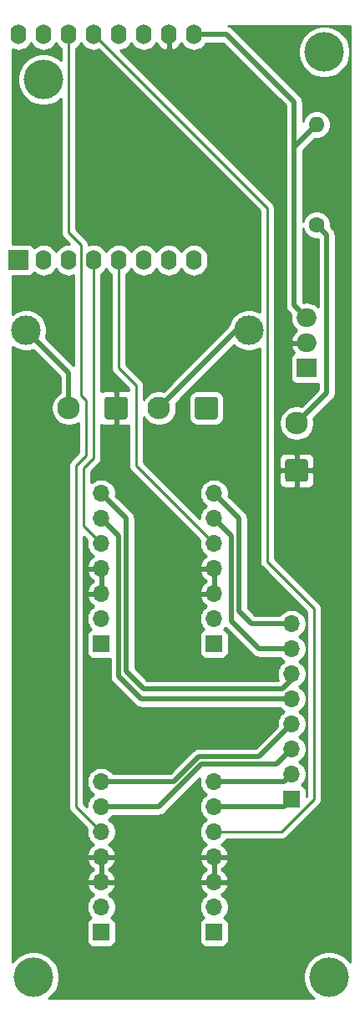
<source format=gbl>
%TF.GenerationSoftware,KiCad,Pcbnew,(5.1.10)-1*%
%TF.CreationDate,2021-07-28T16:14:29+02:00*%
%TF.ProjectId,LEDBeam,4c454442-6561-46d2-9e6b-696361645f70,rev?*%
%TF.SameCoordinates,Original*%
%TF.FileFunction,Copper,L2,Bot*%
%TF.FilePolarity,Positive*%
%FSLAX46Y46*%
G04 Gerber Fmt 4.6, Leading zero omitted, Abs format (unit mm)*
G04 Created by KiCad (PCBNEW (5.1.10)-1) date 2021-07-28 16:14:29*
%MOMM*%
%LPD*%
G01*
G04 APERTURE LIST*
%TA.AperFunction,ComponentPad*%
%ADD10O,1.700000X1.700000*%
%TD*%
%TA.AperFunction,ComponentPad*%
%ADD11R,1.700000X1.700000*%
%TD*%
%TA.AperFunction,ComponentPad*%
%ADD12O,2.000000X1.905000*%
%TD*%
%TA.AperFunction,ComponentPad*%
%ADD13R,2.000000X1.905000*%
%TD*%
%TA.AperFunction,ComponentPad*%
%ADD14O,1.600000X1.600000*%
%TD*%
%TA.AperFunction,ComponentPad*%
%ADD15C,1.600000*%
%TD*%
%TA.AperFunction,ComponentPad*%
%ADD16O,1.600000X2.000000*%
%TD*%
%TA.AperFunction,ComponentPad*%
%ADD17R,2.000000X2.000000*%
%TD*%
%TA.AperFunction,ComponentPad*%
%ADD18C,2.300000*%
%TD*%
%TA.AperFunction,ComponentPad*%
%ADD19C,3.000000*%
%TD*%
%TA.AperFunction,ViaPad*%
%ADD20C,4.000000*%
%TD*%
%TA.AperFunction,ViaPad*%
%ADD21C,0.800000*%
%TD*%
%TA.AperFunction,Conductor*%
%ADD22C,0.500000*%
%TD*%
%TA.AperFunction,Conductor*%
%ADD23C,0.250000*%
%TD*%
%TA.AperFunction,Conductor*%
%ADD24C,0.254000*%
%TD*%
%TA.AperFunction,Conductor*%
%ADD25C,0.100000*%
%TD*%
G04 APERTURE END LIST*
D10*
%TO.P,U6,7*%
%TO.N,W-*%
X31242000Y-98552000D03*
%TO.P,U6,6*%
%TO.N,W+*%
X31242000Y-101092000D03*
%TO.P,U6,5*%
%TO.N,W_PWM*%
X31242000Y-103632000D03*
%TO.P,U6,4*%
%TO.N,GND*%
X31242000Y-106172000D03*
%TO.P,U6,3*%
X31242000Y-108712000D03*
%TO.P,U6,2*%
%TO.N,+24V*%
X31242000Y-111252000D03*
D11*
%TO.P,U6,1*%
X31242000Y-113792000D03*
%TD*%
D10*
%TO.P,U5,7*%
%TO.N,B-*%
X19812000Y-98552000D03*
%TO.P,U5,6*%
%TO.N,B+*%
X19812000Y-101092000D03*
%TO.P,U5,5*%
%TO.N,B_PWM*%
X19812000Y-103632000D03*
%TO.P,U5,4*%
%TO.N,GND*%
X19812000Y-106172000D03*
%TO.P,U5,3*%
X19812000Y-108712000D03*
%TO.P,U5,2*%
%TO.N,+24V*%
X19812000Y-111252000D03*
D11*
%TO.P,U5,1*%
X19812000Y-113792000D03*
%TD*%
D10*
%TO.P,U3,7*%
%TO.N,G-*%
X19812000Y-127762000D03*
%TO.P,U3,6*%
%TO.N,G+*%
X19812000Y-130302000D03*
%TO.P,U3,5*%
%TO.N,G_PWM*%
X19812000Y-132842000D03*
%TO.P,U3,4*%
%TO.N,GND*%
X19812000Y-135382000D03*
%TO.P,U3,3*%
X19812000Y-137922000D03*
%TO.P,U3,2*%
%TO.N,+24V*%
X19812000Y-140462000D03*
D11*
%TO.P,U3,1*%
X19812000Y-143002000D03*
%TD*%
D10*
%TO.P,U2,7*%
%TO.N,R-*%
X31242000Y-127762000D03*
%TO.P,U2,6*%
%TO.N,R+*%
X31242000Y-130302000D03*
%TO.P,U2,5*%
%TO.N,R_PWM*%
X31242000Y-132842000D03*
%TO.P,U2,4*%
%TO.N,GND*%
X31242000Y-135382000D03*
%TO.P,U2,3*%
X31242000Y-137922000D03*
%TO.P,U2,2*%
%TO.N,+24V*%
X31242000Y-140462000D03*
D11*
%TO.P,U2,1*%
X31242000Y-143002000D03*
%TD*%
D12*
%TO.P,U4,3*%
%TO.N,+5V*%
X40640000Y-80772000D03*
%TO.P,U4,2*%
%TO.N,GND*%
X40640000Y-83312000D03*
D13*
%TO.P,U4,1*%
%TO.N,+24V*%
X40640000Y-85852000D03*
%TD*%
D14*
%TO.P,R1,2*%
%TO.N,+5V*%
X41656000Y-61214000D03*
D15*
%TO.P,R1,1*%
%TO.N,Net-(J3-Pad2)*%
X41656000Y-71374000D03*
%TD*%
D16*
%TO.P,U1,16*%
%TO.N,Net-(U1-Pad16)*%
X11430000Y-52070000D03*
%TO.P,U1,15*%
%TO.N,Net-(U1-Pad15)*%
X13970000Y-52070000D03*
%TO.P,U1,14*%
%TO.N,G_PWM*%
X16510000Y-52070000D03*
%TO.P,U1,13*%
%TO.N,R_PWM*%
X19050000Y-52070000D03*
%TO.P,U1,12*%
%TO.N,Net-(U1-Pad12)*%
X21590000Y-52070000D03*
%TO.P,U1,11*%
%TO.N,Net-(U1-Pad11)*%
X24130000Y-52070000D03*
%TO.P,U1,10*%
%TO.N,GND*%
X26670000Y-52070000D03*
%TO.P,U1,9*%
%TO.N,+5V*%
X29210000Y-52070000D03*
%TO.P,U1,8*%
%TO.N,Net-(U1-Pad8)*%
X29210000Y-74930000D03*
%TO.P,U1,7*%
%TO.N,Net-(U1-Pad7)*%
X26670000Y-74930000D03*
%TO.P,U1,6*%
%TO.N,Net-(U1-Pad6)*%
X24130000Y-74930000D03*
%TO.P,U1,5*%
%TO.N,W_PWM*%
X21590000Y-74930000D03*
%TO.P,U1,4*%
%TO.N,B_PWM*%
X19050000Y-74930000D03*
%TO.P,U1,3*%
%TO.N,Net-(U1-Pad3)*%
X16510000Y-74930000D03*
D17*
%TO.P,U1,1*%
%TO.N,Net-(U1-Pad1)*%
X11430000Y-74930000D03*
D16*
%TO.P,U1,2*%
%TO.N,Net-(U1-Pad2)*%
X13970000Y-74930000D03*
%TD*%
%TO.P,J3,1*%
%TO.N,GND*%
%TA.AperFunction,ComponentPad*%
G36*
G01*
X40524001Y-97390000D02*
X38723999Y-97390000D01*
G75*
G02*
X38474000Y-97140001I0J249999D01*
G01*
X38474000Y-95339999D01*
G75*
G02*
X38723999Y-95090000I249999J0D01*
G01*
X40524001Y-95090000D01*
G75*
G02*
X40774000Y-95339999I0J-249999D01*
G01*
X40774000Y-97140001D01*
G75*
G02*
X40524001Y-97390000I-249999J0D01*
G01*
G37*
%TD.AperFunction*%
D18*
%TO.P,J3,2*%
%TO.N,Net-(J3-Pad2)*%
X39624000Y-91440000D03*
%TD*%
%TO.P,J2,2*%
%TO.N,Net-(F1-Pad1)*%
X25680000Y-89916000D03*
%TO.P,J2,1*%
%TO.N,+24V*%
%TA.AperFunction,ComponentPad*%
G36*
G01*
X31630000Y-89015999D02*
X31630000Y-90816001D01*
G75*
G02*
X31380001Y-91066000I-249999J0D01*
G01*
X29579999Y-91066000D01*
G75*
G02*
X29330000Y-90816001I0J249999D01*
G01*
X29330000Y-89015999D01*
G75*
G02*
X29579999Y-88766000I249999J0D01*
G01*
X31380001Y-88766000D01*
G75*
G02*
X31630000Y-89015999I0J-249999D01*
G01*
G37*
%TD.AperFunction*%
%TD*%
%TO.P,J1,2*%
%TO.N,Net-(F1-Pad2)*%
X16536000Y-89916000D03*
%TO.P,J1,1*%
%TO.N,GND*%
%TA.AperFunction,ComponentPad*%
G36*
G01*
X22486000Y-89015999D02*
X22486000Y-90816001D01*
G75*
G02*
X22236001Y-91066000I-249999J0D01*
G01*
X20435999Y-91066000D01*
G75*
G02*
X20186000Y-90816001I0J249999D01*
G01*
X20186000Y-89015999D01*
G75*
G02*
X20435999Y-88766000I249999J0D01*
G01*
X22236001Y-88766000D01*
G75*
G02*
X22486000Y-89015999I0J-249999D01*
G01*
G37*
%TD.AperFunction*%
%TD*%
D19*
%TO.P,F1,2*%
%TO.N,Net-(F1-Pad2)*%
X12198000Y-82042000D03*
%TO.P,F1,1*%
%TO.N,Net-(F1-Pad1)*%
X34798000Y-82042000D03*
%TD*%
D10*
%TO.P,D1,8*%
%TO.N,W-*%
X39116000Y-111760000D03*
%TO.P,D1,7*%
%TO.N,W+*%
X39116000Y-114300000D03*
%TO.P,D1,6*%
%TO.N,B-*%
X39116000Y-116840000D03*
%TO.P,D1,5*%
%TO.N,B+*%
X39116000Y-119380000D03*
%TO.P,D1,4*%
%TO.N,G-*%
X39116000Y-121920000D03*
%TO.P,D1,3*%
%TO.N,G+*%
X39116000Y-124460000D03*
%TO.P,D1,2*%
%TO.N,R-*%
X39116000Y-127000000D03*
D11*
%TO.P,D1,1*%
%TO.N,R+*%
X39116000Y-129540000D03*
%TD*%
D20*
%TO.N,*%
X42418000Y-53848000D03*
X13970000Y-56642000D03*
X42926000Y-147574000D03*
X12954000Y-147574000D03*
D21*
%TO.N,GND*%
X26924000Y-66802000D03*
X34290000Y-94488000D03*
X13970000Y-65786000D03*
X15240000Y-79502000D03*
X41148000Y-75438000D03*
X26670000Y-79756000D03*
X13462000Y-101854000D03*
%TD*%
D22*
%TO.N,W+*%
X31242000Y-101092000D02*
X33020000Y-102870000D01*
X33020000Y-102870000D02*
X33020000Y-111506000D01*
X35814000Y-114300000D02*
X39116000Y-114300000D01*
X33020000Y-111506000D02*
X35814000Y-114300000D01*
%TO.N,W-*%
X31242000Y-98552000D02*
X33782000Y-101092000D01*
X33782000Y-101092000D02*
X33782000Y-110490000D01*
X35052000Y-111760000D02*
X39116000Y-111760000D01*
X33782000Y-110490000D02*
X35052000Y-111760000D01*
%TO.N,B+*%
X23876000Y-119380000D02*
X39116000Y-119380000D01*
X19812000Y-101092000D02*
X21590000Y-102870000D01*
X21590000Y-117094000D02*
X23876000Y-119380000D01*
X21590000Y-102870000D02*
X21590000Y-117094000D01*
%TO.N,B-*%
X39116000Y-117455998D02*
X39116000Y-116840000D01*
X38207998Y-118364000D02*
X39116000Y-117455998D01*
X24130000Y-118364000D02*
X38207998Y-118364000D01*
X19812000Y-98552000D02*
X22352000Y-101092000D01*
X22352000Y-116586000D02*
X24130000Y-118364000D01*
X22352000Y-101092000D02*
X22352000Y-116586000D01*
%TO.N,G+*%
X19812000Y-130302000D02*
X25654000Y-130302000D01*
X25654000Y-130302000D02*
X29972000Y-125984000D01*
X37592000Y-125984000D02*
X39116000Y-124460000D01*
X29972000Y-125984000D02*
X37592000Y-125984000D01*
%TO.N,G-*%
X19812000Y-127762000D02*
X27178000Y-127762000D01*
X29490037Y-125476000D02*
X29744037Y-125222000D01*
X29464000Y-125476000D02*
X29490037Y-125476000D01*
X27178000Y-127762000D02*
X29464000Y-125476000D01*
X35814000Y-125222000D02*
X39116000Y-121920000D01*
X29744037Y-125222000D02*
X35814000Y-125222000D01*
%TO.N,R+*%
X38354000Y-130302000D02*
X39116000Y-129540000D01*
X31242000Y-130302000D02*
X38354000Y-130302000D01*
%TO.N,R-*%
X38354000Y-127762000D02*
X39116000Y-127000000D01*
X31242000Y-127762000D02*
X38354000Y-127762000D01*
%TO.N,Net-(F1-Pad2)*%
X16536000Y-86380000D02*
X12198000Y-82042000D01*
X16536000Y-89916000D02*
X16536000Y-86380000D01*
%TO.N,Net-(F1-Pad1)*%
X33554000Y-82042000D02*
X34798000Y-82042000D01*
X25680000Y-89916000D02*
X33554000Y-82042000D01*
%TO.N,GND*%
X26950000Y-51790000D02*
X26670000Y-52070000D01*
%TO.N,Net-(J3-Pad2)*%
X41656000Y-71374000D02*
X42672000Y-72390000D01*
X42672000Y-88392000D02*
X39624000Y-91440000D01*
X42672000Y-72390000D02*
X42672000Y-88392000D01*
D23*
%TO.N,R_PWM*%
X36623001Y-69643001D02*
X36623001Y-105457001D01*
X19050000Y-52070000D02*
X36623001Y-69643001D01*
X36623001Y-105457001D02*
X41402000Y-110236000D01*
X38099002Y-132842000D02*
X31242000Y-132842000D01*
X41402000Y-129539002D02*
X38099002Y-132842000D01*
X41402000Y-110236000D02*
X41402000Y-129539002D01*
%TO.N,G_PWM*%
X16510000Y-52070000D02*
X16510000Y-72136000D01*
X16510000Y-72136000D02*
X17780000Y-73406000D01*
X17780000Y-73406000D02*
X17780000Y-88646000D01*
X17780000Y-88646000D02*
X18288000Y-89154000D01*
X18288000Y-89154000D02*
X18288000Y-94742000D01*
X18288000Y-94742000D02*
X17272000Y-95758000D01*
X17272000Y-130302000D02*
X19812000Y-132842000D01*
X17272000Y-95758000D02*
X17272000Y-130302000D01*
%TO.N,W_PWM*%
X23368000Y-95758000D02*
X31242000Y-103632000D01*
X23368000Y-87630000D02*
X23368000Y-95758000D01*
X21590000Y-85852000D02*
X23368000Y-87630000D01*
X21590000Y-74930000D02*
X21590000Y-85852000D01*
%TO.N,B_PWM*%
X19050000Y-74930000D02*
X19050000Y-94996000D01*
X19050000Y-94996000D02*
X18034000Y-96012000D01*
X18034000Y-101854000D02*
X19812000Y-103632000D01*
X18034000Y-96012000D02*
X18034000Y-101854000D01*
D22*
%TO.N,+5V*%
X40640000Y-80772000D02*
X39370000Y-79502000D01*
X39370000Y-63500000D02*
X41656000Y-61214000D01*
X39370000Y-79502000D02*
X39370000Y-63500000D01*
X32512000Y-52070000D02*
X29210000Y-52070000D01*
X39370000Y-63500000D02*
X39370000Y-58928000D01*
X39370000Y-58928000D02*
X32512000Y-52070000D01*
%TD*%
D24*
%TO.N,GND*%
X45060000Y-146024882D02*
X44972738Y-145894285D01*
X44605715Y-145527262D01*
X44174141Y-145238893D01*
X43694601Y-145040261D01*
X43185525Y-144939000D01*
X42666475Y-144939000D01*
X42157399Y-145040261D01*
X41677859Y-145238893D01*
X41246285Y-145527262D01*
X40879262Y-145894285D01*
X40590893Y-146325859D01*
X40392261Y-146805399D01*
X40291000Y-147314475D01*
X40291000Y-147833525D01*
X40392261Y-148342601D01*
X40590893Y-148822141D01*
X40879262Y-149253715D01*
X41246285Y-149620738D01*
X41376882Y-149708000D01*
X14503118Y-149708000D01*
X14633715Y-149620738D01*
X15000738Y-149253715D01*
X15289107Y-148822141D01*
X15487739Y-148342601D01*
X15589000Y-147833525D01*
X15589000Y-147314475D01*
X15487739Y-146805399D01*
X15289107Y-146325859D01*
X15000738Y-145894285D01*
X14633715Y-145527262D01*
X14202141Y-145238893D01*
X13722601Y-145040261D01*
X13213525Y-144939000D01*
X12694475Y-144939000D01*
X12185399Y-145040261D01*
X11705859Y-145238893D01*
X11274285Y-145527262D01*
X10907262Y-145894285D01*
X10820000Y-146024882D01*
X10820000Y-142152000D01*
X18323928Y-142152000D01*
X18323928Y-143852000D01*
X18336188Y-143976482D01*
X18372498Y-144096180D01*
X18431463Y-144206494D01*
X18510815Y-144303185D01*
X18607506Y-144382537D01*
X18717820Y-144441502D01*
X18837518Y-144477812D01*
X18962000Y-144490072D01*
X20662000Y-144490072D01*
X20786482Y-144477812D01*
X20906180Y-144441502D01*
X21016494Y-144382537D01*
X21113185Y-144303185D01*
X21192537Y-144206494D01*
X21251502Y-144096180D01*
X21287812Y-143976482D01*
X21300072Y-143852000D01*
X21300072Y-142152000D01*
X29753928Y-142152000D01*
X29753928Y-143852000D01*
X29766188Y-143976482D01*
X29802498Y-144096180D01*
X29861463Y-144206494D01*
X29940815Y-144303185D01*
X30037506Y-144382537D01*
X30147820Y-144441502D01*
X30267518Y-144477812D01*
X30392000Y-144490072D01*
X32092000Y-144490072D01*
X32216482Y-144477812D01*
X32336180Y-144441502D01*
X32446494Y-144382537D01*
X32543185Y-144303185D01*
X32622537Y-144206494D01*
X32681502Y-144096180D01*
X32717812Y-143976482D01*
X32730072Y-143852000D01*
X32730072Y-142152000D01*
X32717812Y-142027518D01*
X32681502Y-141907820D01*
X32622537Y-141797506D01*
X32543185Y-141700815D01*
X32446494Y-141621463D01*
X32336180Y-141562498D01*
X32263620Y-141540487D01*
X32395475Y-141408632D01*
X32557990Y-141165411D01*
X32669932Y-140895158D01*
X32727000Y-140608260D01*
X32727000Y-140315740D01*
X32669932Y-140028842D01*
X32557990Y-139758589D01*
X32395475Y-139515368D01*
X32188632Y-139308525D01*
X32006466Y-139186805D01*
X32123355Y-139117178D01*
X32339588Y-138922269D01*
X32513641Y-138688920D01*
X32638825Y-138426099D01*
X32683476Y-138278890D01*
X32562155Y-138049000D01*
X31369000Y-138049000D01*
X31369000Y-138069000D01*
X31115000Y-138069000D01*
X31115000Y-138049000D01*
X29921845Y-138049000D01*
X29800524Y-138278890D01*
X29845175Y-138426099D01*
X29970359Y-138688920D01*
X30144412Y-138922269D01*
X30360645Y-139117178D01*
X30477534Y-139186805D01*
X30295368Y-139308525D01*
X30088525Y-139515368D01*
X29926010Y-139758589D01*
X29814068Y-140028842D01*
X29757000Y-140315740D01*
X29757000Y-140608260D01*
X29814068Y-140895158D01*
X29926010Y-141165411D01*
X30088525Y-141408632D01*
X30220380Y-141540487D01*
X30147820Y-141562498D01*
X30037506Y-141621463D01*
X29940815Y-141700815D01*
X29861463Y-141797506D01*
X29802498Y-141907820D01*
X29766188Y-142027518D01*
X29753928Y-142152000D01*
X21300072Y-142152000D01*
X21287812Y-142027518D01*
X21251502Y-141907820D01*
X21192537Y-141797506D01*
X21113185Y-141700815D01*
X21016494Y-141621463D01*
X20906180Y-141562498D01*
X20833620Y-141540487D01*
X20965475Y-141408632D01*
X21127990Y-141165411D01*
X21239932Y-140895158D01*
X21297000Y-140608260D01*
X21297000Y-140315740D01*
X21239932Y-140028842D01*
X21127990Y-139758589D01*
X20965475Y-139515368D01*
X20758632Y-139308525D01*
X20576466Y-139186805D01*
X20693355Y-139117178D01*
X20909588Y-138922269D01*
X21083641Y-138688920D01*
X21208825Y-138426099D01*
X21253476Y-138278890D01*
X21132155Y-138049000D01*
X19939000Y-138049000D01*
X19939000Y-138069000D01*
X19685000Y-138069000D01*
X19685000Y-138049000D01*
X18491845Y-138049000D01*
X18370524Y-138278890D01*
X18415175Y-138426099D01*
X18540359Y-138688920D01*
X18714412Y-138922269D01*
X18930645Y-139117178D01*
X19047534Y-139186805D01*
X18865368Y-139308525D01*
X18658525Y-139515368D01*
X18496010Y-139758589D01*
X18384068Y-140028842D01*
X18327000Y-140315740D01*
X18327000Y-140608260D01*
X18384068Y-140895158D01*
X18496010Y-141165411D01*
X18658525Y-141408632D01*
X18790380Y-141540487D01*
X18717820Y-141562498D01*
X18607506Y-141621463D01*
X18510815Y-141700815D01*
X18431463Y-141797506D01*
X18372498Y-141907820D01*
X18336188Y-142027518D01*
X18323928Y-142152000D01*
X10820000Y-142152000D01*
X10820000Y-135738890D01*
X18370524Y-135738890D01*
X18415175Y-135886099D01*
X18540359Y-136148920D01*
X18714412Y-136382269D01*
X18930645Y-136577178D01*
X19056255Y-136652000D01*
X18930645Y-136726822D01*
X18714412Y-136921731D01*
X18540359Y-137155080D01*
X18415175Y-137417901D01*
X18370524Y-137565110D01*
X18491845Y-137795000D01*
X19685000Y-137795000D01*
X19685000Y-135509000D01*
X19939000Y-135509000D01*
X19939000Y-137795000D01*
X21132155Y-137795000D01*
X21253476Y-137565110D01*
X21208825Y-137417901D01*
X21083641Y-137155080D01*
X20909588Y-136921731D01*
X20693355Y-136726822D01*
X20567745Y-136652000D01*
X20693355Y-136577178D01*
X20909588Y-136382269D01*
X21083641Y-136148920D01*
X21208825Y-135886099D01*
X21253476Y-135738890D01*
X29800524Y-135738890D01*
X29845175Y-135886099D01*
X29970359Y-136148920D01*
X30144412Y-136382269D01*
X30360645Y-136577178D01*
X30486255Y-136652000D01*
X30360645Y-136726822D01*
X30144412Y-136921731D01*
X29970359Y-137155080D01*
X29845175Y-137417901D01*
X29800524Y-137565110D01*
X29921845Y-137795000D01*
X31115000Y-137795000D01*
X31115000Y-135509000D01*
X31369000Y-135509000D01*
X31369000Y-137795000D01*
X32562155Y-137795000D01*
X32683476Y-137565110D01*
X32638825Y-137417901D01*
X32513641Y-137155080D01*
X32339588Y-136921731D01*
X32123355Y-136726822D01*
X31997745Y-136652000D01*
X32123355Y-136577178D01*
X32339588Y-136382269D01*
X32513641Y-136148920D01*
X32638825Y-135886099D01*
X32683476Y-135738890D01*
X32562155Y-135509000D01*
X31369000Y-135509000D01*
X31115000Y-135509000D01*
X29921845Y-135509000D01*
X29800524Y-135738890D01*
X21253476Y-135738890D01*
X21132155Y-135509000D01*
X19939000Y-135509000D01*
X19685000Y-135509000D01*
X18491845Y-135509000D01*
X18370524Y-135738890D01*
X10820000Y-135738890D01*
X10820000Y-83683346D01*
X10837017Y-83700363D01*
X11186698Y-83934012D01*
X11575244Y-84094953D01*
X11987721Y-84177000D01*
X12408279Y-84177000D01*
X12820756Y-84094953D01*
X12947058Y-84042637D01*
X15651001Y-86746580D01*
X15651000Y-88360536D01*
X15398129Y-88529500D01*
X15149500Y-88778129D01*
X14954153Y-89070485D01*
X14819596Y-89395335D01*
X14751000Y-89740193D01*
X14751000Y-90091807D01*
X14819596Y-90436665D01*
X14954153Y-90761515D01*
X15149500Y-91053871D01*
X15398129Y-91302500D01*
X15690485Y-91497847D01*
X16015335Y-91632404D01*
X16360193Y-91701000D01*
X16711807Y-91701000D01*
X17056665Y-91632404D01*
X17381515Y-91497847D01*
X17528000Y-91399968D01*
X17528001Y-94427197D01*
X16761002Y-95194196D01*
X16731999Y-95217999D01*
X16679474Y-95282001D01*
X16637026Y-95333724D01*
X16566455Y-95465753D01*
X16566454Y-95465754D01*
X16522997Y-95609015D01*
X16512000Y-95720668D01*
X16512000Y-95720678D01*
X16508324Y-95758000D01*
X16512000Y-95795322D01*
X16512001Y-130264667D01*
X16508324Y-130302000D01*
X16522998Y-130450985D01*
X16566454Y-130594246D01*
X16637026Y-130726276D01*
X16694296Y-130796059D01*
X16732000Y-130842001D01*
X16760998Y-130865799D01*
X18370790Y-132475593D01*
X18327000Y-132695740D01*
X18327000Y-132988260D01*
X18384068Y-133275158D01*
X18496010Y-133545411D01*
X18658525Y-133788632D01*
X18865368Y-133995475D01*
X19047534Y-134117195D01*
X18930645Y-134186822D01*
X18714412Y-134381731D01*
X18540359Y-134615080D01*
X18415175Y-134877901D01*
X18370524Y-135025110D01*
X18491845Y-135255000D01*
X19685000Y-135255000D01*
X19685000Y-135235000D01*
X19939000Y-135235000D01*
X19939000Y-135255000D01*
X21132155Y-135255000D01*
X21253476Y-135025110D01*
X21208825Y-134877901D01*
X21083641Y-134615080D01*
X20909588Y-134381731D01*
X20693355Y-134186822D01*
X20576466Y-134117195D01*
X20758632Y-133995475D01*
X20965475Y-133788632D01*
X21127990Y-133545411D01*
X21239932Y-133275158D01*
X21297000Y-132988260D01*
X21297000Y-132695740D01*
X21239932Y-132408842D01*
X21127990Y-132138589D01*
X20965475Y-131895368D01*
X20758632Y-131688525D01*
X20584240Y-131572000D01*
X20758632Y-131455475D01*
X20965475Y-131248632D01*
X21006656Y-131187000D01*
X25610531Y-131187000D01*
X25654000Y-131191281D01*
X25697469Y-131187000D01*
X25697477Y-131187000D01*
X25827490Y-131174195D01*
X25994313Y-131123589D01*
X26148059Y-131041411D01*
X26282817Y-130930817D01*
X26310534Y-130897044D01*
X29798010Y-127409568D01*
X29757000Y-127615740D01*
X29757000Y-127908260D01*
X29814068Y-128195158D01*
X29926010Y-128465411D01*
X30088525Y-128708632D01*
X30295368Y-128915475D01*
X30469760Y-129032000D01*
X30295368Y-129148525D01*
X30088525Y-129355368D01*
X29926010Y-129598589D01*
X29814068Y-129868842D01*
X29757000Y-130155740D01*
X29757000Y-130448260D01*
X29814068Y-130735158D01*
X29926010Y-131005411D01*
X30088525Y-131248632D01*
X30295368Y-131455475D01*
X30469760Y-131572000D01*
X30295368Y-131688525D01*
X30088525Y-131895368D01*
X29926010Y-132138589D01*
X29814068Y-132408842D01*
X29757000Y-132695740D01*
X29757000Y-132988260D01*
X29814068Y-133275158D01*
X29926010Y-133545411D01*
X30088525Y-133788632D01*
X30295368Y-133995475D01*
X30477534Y-134117195D01*
X30360645Y-134186822D01*
X30144412Y-134381731D01*
X29970359Y-134615080D01*
X29845175Y-134877901D01*
X29800524Y-135025110D01*
X29921845Y-135255000D01*
X31115000Y-135255000D01*
X31115000Y-135235000D01*
X31369000Y-135235000D01*
X31369000Y-135255000D01*
X32562155Y-135255000D01*
X32683476Y-135025110D01*
X32638825Y-134877901D01*
X32513641Y-134615080D01*
X32339588Y-134381731D01*
X32123355Y-134186822D01*
X32006466Y-134117195D01*
X32188632Y-133995475D01*
X32395475Y-133788632D01*
X32520178Y-133602000D01*
X38061680Y-133602000D01*
X38099002Y-133605676D01*
X38136324Y-133602000D01*
X38136335Y-133602000D01*
X38247988Y-133591003D01*
X38391249Y-133547546D01*
X38523278Y-133476974D01*
X38639003Y-133382001D01*
X38662806Y-133352997D01*
X41913003Y-130102801D01*
X41942001Y-130079003D01*
X42036974Y-129963278D01*
X42107546Y-129831249D01*
X42151003Y-129687988D01*
X42162000Y-129576335D01*
X42165677Y-129539002D01*
X42162000Y-129501669D01*
X42162000Y-110273322D01*
X42165676Y-110235999D01*
X42162000Y-110198676D01*
X42162000Y-110198667D01*
X42151003Y-110087014D01*
X42107546Y-109943753D01*
X42036974Y-109811724D01*
X41942001Y-109695999D01*
X41913004Y-109672202D01*
X37383001Y-105142200D01*
X37383001Y-97390000D01*
X37835928Y-97390000D01*
X37848188Y-97514482D01*
X37884498Y-97634180D01*
X37943463Y-97744494D01*
X38022815Y-97841185D01*
X38119506Y-97920537D01*
X38229820Y-97979502D01*
X38349518Y-98015812D01*
X38474000Y-98028072D01*
X39338250Y-98025000D01*
X39497000Y-97866250D01*
X39497000Y-96367000D01*
X39751000Y-96367000D01*
X39751000Y-97866250D01*
X39909750Y-98025000D01*
X40774000Y-98028072D01*
X40898482Y-98015812D01*
X41018180Y-97979502D01*
X41128494Y-97920537D01*
X41225185Y-97841185D01*
X41304537Y-97744494D01*
X41363502Y-97634180D01*
X41399812Y-97514482D01*
X41412072Y-97390000D01*
X41409000Y-96525750D01*
X41250250Y-96367000D01*
X39751000Y-96367000D01*
X39497000Y-96367000D01*
X37997750Y-96367000D01*
X37839000Y-96525750D01*
X37835928Y-97390000D01*
X37383001Y-97390000D01*
X37383001Y-95090000D01*
X37835928Y-95090000D01*
X37839000Y-95954250D01*
X37997750Y-96113000D01*
X39497000Y-96113000D01*
X39497000Y-94613750D01*
X39751000Y-94613750D01*
X39751000Y-96113000D01*
X41250250Y-96113000D01*
X41409000Y-95954250D01*
X41412072Y-95090000D01*
X41399812Y-94965518D01*
X41363502Y-94845820D01*
X41304537Y-94735506D01*
X41225185Y-94638815D01*
X41128494Y-94559463D01*
X41018180Y-94500498D01*
X40898482Y-94464188D01*
X40774000Y-94451928D01*
X39909750Y-94455000D01*
X39751000Y-94613750D01*
X39497000Y-94613750D01*
X39338250Y-94455000D01*
X38474000Y-94451928D01*
X38349518Y-94464188D01*
X38229820Y-94500498D01*
X38119506Y-94559463D01*
X38022815Y-94638815D01*
X37943463Y-94735506D01*
X37884498Y-94845820D01*
X37848188Y-94965518D01*
X37835928Y-95090000D01*
X37383001Y-95090000D01*
X37383001Y-69680323D01*
X37386677Y-69643000D01*
X37383001Y-69605677D01*
X37383001Y-69605668D01*
X37372004Y-69494015D01*
X37328547Y-69350754D01*
X37257975Y-69218725D01*
X37163002Y-69103000D01*
X37134005Y-69079203D01*
X21750897Y-53696096D01*
X21871309Y-53684236D01*
X22141808Y-53602182D01*
X22391101Y-53468932D01*
X22609608Y-53289608D01*
X22788932Y-53071101D01*
X22860000Y-52938142D01*
X22931068Y-53071101D01*
X23110393Y-53289608D01*
X23328900Y-53468932D01*
X23578193Y-53602182D01*
X23848692Y-53684236D01*
X24130000Y-53711943D01*
X24411309Y-53684236D01*
X24681808Y-53602182D01*
X24931101Y-53468932D01*
X25149608Y-53289608D01*
X25328932Y-53071101D01*
X25398122Y-52941655D01*
X25405570Y-52959227D01*
X25564327Y-53192662D01*
X25765575Y-53390639D01*
X26001579Y-53545551D01*
X26263270Y-53651444D01*
X26320961Y-53661904D01*
X26543000Y-53539915D01*
X26543000Y-52197000D01*
X26523000Y-52197000D01*
X26523000Y-51943000D01*
X26543000Y-51943000D01*
X26543000Y-51923000D01*
X26797000Y-51923000D01*
X26797000Y-51943000D01*
X26817000Y-51943000D01*
X26817000Y-52197000D01*
X26797000Y-52197000D01*
X26797000Y-53539915D01*
X27019039Y-53661904D01*
X27076730Y-53651444D01*
X27338421Y-53545551D01*
X27574425Y-53390639D01*
X27775673Y-53192662D01*
X27934430Y-52959227D01*
X27941878Y-52941655D01*
X28011068Y-53071101D01*
X28190393Y-53289608D01*
X28408900Y-53468932D01*
X28658193Y-53602182D01*
X28928692Y-53684236D01*
X29210000Y-53711943D01*
X29491309Y-53684236D01*
X29761808Y-53602182D01*
X30011101Y-53468932D01*
X30229608Y-53289608D01*
X30408932Y-53071101D01*
X30470989Y-52955000D01*
X32145422Y-52955000D01*
X38485001Y-59294580D01*
X38485000Y-63456531D01*
X38480719Y-63500000D01*
X38485000Y-63543469D01*
X38485000Y-63543476D01*
X38485001Y-63543486D01*
X38485000Y-79458531D01*
X38480719Y-79502000D01*
X38485000Y-79545469D01*
X38485000Y-79545476D01*
X38497805Y-79675489D01*
X38548411Y-79842312D01*
X38630589Y-79996058D01*
X38741183Y-80130817D01*
X38774956Y-80158534D01*
X39039432Y-80423010D01*
X39027970Y-80460796D01*
X38997319Y-80772000D01*
X39027970Y-81083204D01*
X39118745Y-81382449D01*
X39266155Y-81658235D01*
X39464537Y-81899963D01*
X39643899Y-82047163D01*
X39458685Y-82202563D01*
X39264031Y-82445077D01*
X39120429Y-82720906D01*
X39049437Y-82939020D01*
X39169406Y-83185000D01*
X40513000Y-83185000D01*
X40513000Y-83165000D01*
X40767000Y-83165000D01*
X40767000Y-83185000D01*
X40787000Y-83185000D01*
X40787000Y-83439000D01*
X40767000Y-83439000D01*
X40767000Y-83459000D01*
X40513000Y-83459000D01*
X40513000Y-83439000D01*
X39169406Y-83439000D01*
X39049437Y-83684980D01*
X39120429Y-83903094D01*
X39264031Y-84178923D01*
X39377219Y-84319941D01*
X39285506Y-84368963D01*
X39188815Y-84448315D01*
X39109463Y-84545006D01*
X39050498Y-84655320D01*
X39014188Y-84775018D01*
X39001928Y-84899500D01*
X39001928Y-86804500D01*
X39014188Y-86928982D01*
X39050498Y-87048680D01*
X39109463Y-87158994D01*
X39188815Y-87255685D01*
X39285506Y-87335037D01*
X39395820Y-87394002D01*
X39515518Y-87430312D01*
X39640000Y-87442572D01*
X41640000Y-87442572D01*
X41764482Y-87430312D01*
X41787001Y-87423481D01*
X41787001Y-88025420D01*
X40098090Y-89714332D01*
X39799807Y-89655000D01*
X39448193Y-89655000D01*
X39103335Y-89723596D01*
X38778485Y-89858153D01*
X38486129Y-90053500D01*
X38237500Y-90302129D01*
X38042153Y-90594485D01*
X37907596Y-90919335D01*
X37839000Y-91264193D01*
X37839000Y-91615807D01*
X37907596Y-91960665D01*
X38042153Y-92285515D01*
X38237500Y-92577871D01*
X38486129Y-92826500D01*
X38778485Y-93021847D01*
X39103335Y-93156404D01*
X39448193Y-93225000D01*
X39799807Y-93225000D01*
X40144665Y-93156404D01*
X40469515Y-93021847D01*
X40761871Y-92826500D01*
X41010500Y-92577871D01*
X41205847Y-92285515D01*
X41340404Y-91960665D01*
X41409000Y-91615807D01*
X41409000Y-91264193D01*
X41349668Y-90965910D01*
X43267049Y-89048530D01*
X43300817Y-89020817D01*
X43411411Y-88886059D01*
X43493589Y-88732313D01*
X43544195Y-88565490D01*
X43557000Y-88435477D01*
X43557000Y-88435469D01*
X43561281Y-88392000D01*
X43557000Y-88348531D01*
X43557000Y-72433469D01*
X43561281Y-72390000D01*
X43557000Y-72346531D01*
X43557000Y-72346523D01*
X43544195Y-72216510D01*
X43493589Y-72049687D01*
X43411411Y-71895941D01*
X43300817Y-71761183D01*
X43267050Y-71733471D01*
X43084017Y-71550439D01*
X43091000Y-71515335D01*
X43091000Y-71232665D01*
X43035853Y-70955426D01*
X42927680Y-70694273D01*
X42770637Y-70459241D01*
X42570759Y-70259363D01*
X42335727Y-70102320D01*
X42074574Y-69994147D01*
X41797335Y-69939000D01*
X41514665Y-69939000D01*
X41237426Y-69994147D01*
X40976273Y-70102320D01*
X40741241Y-70259363D01*
X40541363Y-70459241D01*
X40384320Y-70694273D01*
X40276147Y-70955426D01*
X40255000Y-71061738D01*
X40255000Y-63866578D01*
X41479561Y-62642017D01*
X41514665Y-62649000D01*
X41797335Y-62649000D01*
X42074574Y-62593853D01*
X42335727Y-62485680D01*
X42570759Y-62328637D01*
X42770637Y-62128759D01*
X42927680Y-61893727D01*
X43035853Y-61632574D01*
X43091000Y-61355335D01*
X43091000Y-61072665D01*
X43035853Y-60795426D01*
X42927680Y-60534273D01*
X42770637Y-60299241D01*
X42570759Y-60099363D01*
X42335727Y-59942320D01*
X42074574Y-59834147D01*
X41797335Y-59779000D01*
X41514665Y-59779000D01*
X41237426Y-59834147D01*
X40976273Y-59942320D01*
X40741241Y-60099363D01*
X40541363Y-60299241D01*
X40384320Y-60534273D01*
X40276147Y-60795426D01*
X40255000Y-60901738D01*
X40255000Y-58971469D01*
X40259281Y-58928000D01*
X40255000Y-58884531D01*
X40255000Y-58884523D01*
X40242195Y-58754510D01*
X40191589Y-58587687D01*
X40191589Y-58587686D01*
X40109411Y-58433941D01*
X40026532Y-58332953D01*
X40026530Y-58332951D01*
X39998817Y-58299183D01*
X39965049Y-58271470D01*
X35282054Y-53588475D01*
X39783000Y-53588475D01*
X39783000Y-54107525D01*
X39884261Y-54616601D01*
X40082893Y-55096141D01*
X40371262Y-55527715D01*
X40738285Y-55894738D01*
X41169859Y-56183107D01*
X41649399Y-56381739D01*
X42158475Y-56483000D01*
X42677525Y-56483000D01*
X43186601Y-56381739D01*
X43666141Y-56183107D01*
X44097715Y-55894738D01*
X44464738Y-55527715D01*
X44753107Y-55096141D01*
X44951739Y-54616601D01*
X45053000Y-54107525D01*
X45053000Y-53588475D01*
X44951739Y-53079399D01*
X44753107Y-52599859D01*
X44464738Y-52168285D01*
X44097715Y-51801262D01*
X43666141Y-51512893D01*
X43186601Y-51314261D01*
X42677525Y-51213000D01*
X42158475Y-51213000D01*
X41649399Y-51314261D01*
X41169859Y-51512893D01*
X40738285Y-51801262D01*
X40371262Y-52168285D01*
X40082893Y-52599859D01*
X39884261Y-53079399D01*
X39783000Y-53588475D01*
X35282054Y-53588475D01*
X33168534Y-51474956D01*
X33140817Y-51441183D01*
X33006059Y-51330589D01*
X32852313Y-51248411D01*
X32712505Y-51206000D01*
X45060001Y-51206000D01*
X45060000Y-146024882D01*
%TA.AperFunction,Conductor*%
D25*
G36*
X45060000Y-146024882D02*
G01*
X44972738Y-145894285D01*
X44605715Y-145527262D01*
X44174141Y-145238893D01*
X43694601Y-145040261D01*
X43185525Y-144939000D01*
X42666475Y-144939000D01*
X42157399Y-145040261D01*
X41677859Y-145238893D01*
X41246285Y-145527262D01*
X40879262Y-145894285D01*
X40590893Y-146325859D01*
X40392261Y-146805399D01*
X40291000Y-147314475D01*
X40291000Y-147833525D01*
X40392261Y-148342601D01*
X40590893Y-148822141D01*
X40879262Y-149253715D01*
X41246285Y-149620738D01*
X41376882Y-149708000D01*
X14503118Y-149708000D01*
X14633715Y-149620738D01*
X15000738Y-149253715D01*
X15289107Y-148822141D01*
X15487739Y-148342601D01*
X15589000Y-147833525D01*
X15589000Y-147314475D01*
X15487739Y-146805399D01*
X15289107Y-146325859D01*
X15000738Y-145894285D01*
X14633715Y-145527262D01*
X14202141Y-145238893D01*
X13722601Y-145040261D01*
X13213525Y-144939000D01*
X12694475Y-144939000D01*
X12185399Y-145040261D01*
X11705859Y-145238893D01*
X11274285Y-145527262D01*
X10907262Y-145894285D01*
X10820000Y-146024882D01*
X10820000Y-142152000D01*
X18323928Y-142152000D01*
X18323928Y-143852000D01*
X18336188Y-143976482D01*
X18372498Y-144096180D01*
X18431463Y-144206494D01*
X18510815Y-144303185D01*
X18607506Y-144382537D01*
X18717820Y-144441502D01*
X18837518Y-144477812D01*
X18962000Y-144490072D01*
X20662000Y-144490072D01*
X20786482Y-144477812D01*
X20906180Y-144441502D01*
X21016494Y-144382537D01*
X21113185Y-144303185D01*
X21192537Y-144206494D01*
X21251502Y-144096180D01*
X21287812Y-143976482D01*
X21300072Y-143852000D01*
X21300072Y-142152000D01*
X29753928Y-142152000D01*
X29753928Y-143852000D01*
X29766188Y-143976482D01*
X29802498Y-144096180D01*
X29861463Y-144206494D01*
X29940815Y-144303185D01*
X30037506Y-144382537D01*
X30147820Y-144441502D01*
X30267518Y-144477812D01*
X30392000Y-144490072D01*
X32092000Y-144490072D01*
X32216482Y-144477812D01*
X32336180Y-144441502D01*
X32446494Y-144382537D01*
X32543185Y-144303185D01*
X32622537Y-144206494D01*
X32681502Y-144096180D01*
X32717812Y-143976482D01*
X32730072Y-143852000D01*
X32730072Y-142152000D01*
X32717812Y-142027518D01*
X32681502Y-141907820D01*
X32622537Y-141797506D01*
X32543185Y-141700815D01*
X32446494Y-141621463D01*
X32336180Y-141562498D01*
X32263620Y-141540487D01*
X32395475Y-141408632D01*
X32557990Y-141165411D01*
X32669932Y-140895158D01*
X32727000Y-140608260D01*
X32727000Y-140315740D01*
X32669932Y-140028842D01*
X32557990Y-139758589D01*
X32395475Y-139515368D01*
X32188632Y-139308525D01*
X32006466Y-139186805D01*
X32123355Y-139117178D01*
X32339588Y-138922269D01*
X32513641Y-138688920D01*
X32638825Y-138426099D01*
X32683476Y-138278890D01*
X32562155Y-138049000D01*
X31369000Y-138049000D01*
X31369000Y-138069000D01*
X31115000Y-138069000D01*
X31115000Y-138049000D01*
X29921845Y-138049000D01*
X29800524Y-138278890D01*
X29845175Y-138426099D01*
X29970359Y-138688920D01*
X30144412Y-138922269D01*
X30360645Y-139117178D01*
X30477534Y-139186805D01*
X30295368Y-139308525D01*
X30088525Y-139515368D01*
X29926010Y-139758589D01*
X29814068Y-140028842D01*
X29757000Y-140315740D01*
X29757000Y-140608260D01*
X29814068Y-140895158D01*
X29926010Y-141165411D01*
X30088525Y-141408632D01*
X30220380Y-141540487D01*
X30147820Y-141562498D01*
X30037506Y-141621463D01*
X29940815Y-141700815D01*
X29861463Y-141797506D01*
X29802498Y-141907820D01*
X29766188Y-142027518D01*
X29753928Y-142152000D01*
X21300072Y-142152000D01*
X21287812Y-142027518D01*
X21251502Y-141907820D01*
X21192537Y-141797506D01*
X21113185Y-141700815D01*
X21016494Y-141621463D01*
X20906180Y-141562498D01*
X20833620Y-141540487D01*
X20965475Y-141408632D01*
X21127990Y-141165411D01*
X21239932Y-140895158D01*
X21297000Y-140608260D01*
X21297000Y-140315740D01*
X21239932Y-140028842D01*
X21127990Y-139758589D01*
X20965475Y-139515368D01*
X20758632Y-139308525D01*
X20576466Y-139186805D01*
X20693355Y-139117178D01*
X20909588Y-138922269D01*
X21083641Y-138688920D01*
X21208825Y-138426099D01*
X21253476Y-138278890D01*
X21132155Y-138049000D01*
X19939000Y-138049000D01*
X19939000Y-138069000D01*
X19685000Y-138069000D01*
X19685000Y-138049000D01*
X18491845Y-138049000D01*
X18370524Y-138278890D01*
X18415175Y-138426099D01*
X18540359Y-138688920D01*
X18714412Y-138922269D01*
X18930645Y-139117178D01*
X19047534Y-139186805D01*
X18865368Y-139308525D01*
X18658525Y-139515368D01*
X18496010Y-139758589D01*
X18384068Y-140028842D01*
X18327000Y-140315740D01*
X18327000Y-140608260D01*
X18384068Y-140895158D01*
X18496010Y-141165411D01*
X18658525Y-141408632D01*
X18790380Y-141540487D01*
X18717820Y-141562498D01*
X18607506Y-141621463D01*
X18510815Y-141700815D01*
X18431463Y-141797506D01*
X18372498Y-141907820D01*
X18336188Y-142027518D01*
X18323928Y-142152000D01*
X10820000Y-142152000D01*
X10820000Y-135738890D01*
X18370524Y-135738890D01*
X18415175Y-135886099D01*
X18540359Y-136148920D01*
X18714412Y-136382269D01*
X18930645Y-136577178D01*
X19056255Y-136652000D01*
X18930645Y-136726822D01*
X18714412Y-136921731D01*
X18540359Y-137155080D01*
X18415175Y-137417901D01*
X18370524Y-137565110D01*
X18491845Y-137795000D01*
X19685000Y-137795000D01*
X19685000Y-135509000D01*
X19939000Y-135509000D01*
X19939000Y-137795000D01*
X21132155Y-137795000D01*
X21253476Y-137565110D01*
X21208825Y-137417901D01*
X21083641Y-137155080D01*
X20909588Y-136921731D01*
X20693355Y-136726822D01*
X20567745Y-136652000D01*
X20693355Y-136577178D01*
X20909588Y-136382269D01*
X21083641Y-136148920D01*
X21208825Y-135886099D01*
X21253476Y-135738890D01*
X29800524Y-135738890D01*
X29845175Y-135886099D01*
X29970359Y-136148920D01*
X30144412Y-136382269D01*
X30360645Y-136577178D01*
X30486255Y-136652000D01*
X30360645Y-136726822D01*
X30144412Y-136921731D01*
X29970359Y-137155080D01*
X29845175Y-137417901D01*
X29800524Y-137565110D01*
X29921845Y-137795000D01*
X31115000Y-137795000D01*
X31115000Y-135509000D01*
X31369000Y-135509000D01*
X31369000Y-137795000D01*
X32562155Y-137795000D01*
X32683476Y-137565110D01*
X32638825Y-137417901D01*
X32513641Y-137155080D01*
X32339588Y-136921731D01*
X32123355Y-136726822D01*
X31997745Y-136652000D01*
X32123355Y-136577178D01*
X32339588Y-136382269D01*
X32513641Y-136148920D01*
X32638825Y-135886099D01*
X32683476Y-135738890D01*
X32562155Y-135509000D01*
X31369000Y-135509000D01*
X31115000Y-135509000D01*
X29921845Y-135509000D01*
X29800524Y-135738890D01*
X21253476Y-135738890D01*
X21132155Y-135509000D01*
X19939000Y-135509000D01*
X19685000Y-135509000D01*
X18491845Y-135509000D01*
X18370524Y-135738890D01*
X10820000Y-135738890D01*
X10820000Y-83683346D01*
X10837017Y-83700363D01*
X11186698Y-83934012D01*
X11575244Y-84094953D01*
X11987721Y-84177000D01*
X12408279Y-84177000D01*
X12820756Y-84094953D01*
X12947058Y-84042637D01*
X15651001Y-86746580D01*
X15651000Y-88360536D01*
X15398129Y-88529500D01*
X15149500Y-88778129D01*
X14954153Y-89070485D01*
X14819596Y-89395335D01*
X14751000Y-89740193D01*
X14751000Y-90091807D01*
X14819596Y-90436665D01*
X14954153Y-90761515D01*
X15149500Y-91053871D01*
X15398129Y-91302500D01*
X15690485Y-91497847D01*
X16015335Y-91632404D01*
X16360193Y-91701000D01*
X16711807Y-91701000D01*
X17056665Y-91632404D01*
X17381515Y-91497847D01*
X17528000Y-91399968D01*
X17528001Y-94427197D01*
X16761002Y-95194196D01*
X16731999Y-95217999D01*
X16679474Y-95282001D01*
X16637026Y-95333724D01*
X16566455Y-95465753D01*
X16566454Y-95465754D01*
X16522997Y-95609015D01*
X16512000Y-95720668D01*
X16512000Y-95720678D01*
X16508324Y-95758000D01*
X16512000Y-95795322D01*
X16512001Y-130264667D01*
X16508324Y-130302000D01*
X16522998Y-130450985D01*
X16566454Y-130594246D01*
X16637026Y-130726276D01*
X16694296Y-130796059D01*
X16732000Y-130842001D01*
X16760998Y-130865799D01*
X18370790Y-132475593D01*
X18327000Y-132695740D01*
X18327000Y-132988260D01*
X18384068Y-133275158D01*
X18496010Y-133545411D01*
X18658525Y-133788632D01*
X18865368Y-133995475D01*
X19047534Y-134117195D01*
X18930645Y-134186822D01*
X18714412Y-134381731D01*
X18540359Y-134615080D01*
X18415175Y-134877901D01*
X18370524Y-135025110D01*
X18491845Y-135255000D01*
X19685000Y-135255000D01*
X19685000Y-135235000D01*
X19939000Y-135235000D01*
X19939000Y-135255000D01*
X21132155Y-135255000D01*
X21253476Y-135025110D01*
X21208825Y-134877901D01*
X21083641Y-134615080D01*
X20909588Y-134381731D01*
X20693355Y-134186822D01*
X20576466Y-134117195D01*
X20758632Y-133995475D01*
X20965475Y-133788632D01*
X21127990Y-133545411D01*
X21239932Y-133275158D01*
X21297000Y-132988260D01*
X21297000Y-132695740D01*
X21239932Y-132408842D01*
X21127990Y-132138589D01*
X20965475Y-131895368D01*
X20758632Y-131688525D01*
X20584240Y-131572000D01*
X20758632Y-131455475D01*
X20965475Y-131248632D01*
X21006656Y-131187000D01*
X25610531Y-131187000D01*
X25654000Y-131191281D01*
X25697469Y-131187000D01*
X25697477Y-131187000D01*
X25827490Y-131174195D01*
X25994313Y-131123589D01*
X26148059Y-131041411D01*
X26282817Y-130930817D01*
X26310534Y-130897044D01*
X29798010Y-127409568D01*
X29757000Y-127615740D01*
X29757000Y-127908260D01*
X29814068Y-128195158D01*
X29926010Y-128465411D01*
X30088525Y-128708632D01*
X30295368Y-128915475D01*
X30469760Y-129032000D01*
X30295368Y-129148525D01*
X30088525Y-129355368D01*
X29926010Y-129598589D01*
X29814068Y-129868842D01*
X29757000Y-130155740D01*
X29757000Y-130448260D01*
X29814068Y-130735158D01*
X29926010Y-131005411D01*
X30088525Y-131248632D01*
X30295368Y-131455475D01*
X30469760Y-131572000D01*
X30295368Y-131688525D01*
X30088525Y-131895368D01*
X29926010Y-132138589D01*
X29814068Y-132408842D01*
X29757000Y-132695740D01*
X29757000Y-132988260D01*
X29814068Y-133275158D01*
X29926010Y-133545411D01*
X30088525Y-133788632D01*
X30295368Y-133995475D01*
X30477534Y-134117195D01*
X30360645Y-134186822D01*
X30144412Y-134381731D01*
X29970359Y-134615080D01*
X29845175Y-134877901D01*
X29800524Y-135025110D01*
X29921845Y-135255000D01*
X31115000Y-135255000D01*
X31115000Y-135235000D01*
X31369000Y-135235000D01*
X31369000Y-135255000D01*
X32562155Y-135255000D01*
X32683476Y-135025110D01*
X32638825Y-134877901D01*
X32513641Y-134615080D01*
X32339588Y-134381731D01*
X32123355Y-134186822D01*
X32006466Y-134117195D01*
X32188632Y-133995475D01*
X32395475Y-133788632D01*
X32520178Y-133602000D01*
X38061680Y-133602000D01*
X38099002Y-133605676D01*
X38136324Y-133602000D01*
X38136335Y-133602000D01*
X38247988Y-133591003D01*
X38391249Y-133547546D01*
X38523278Y-133476974D01*
X38639003Y-133382001D01*
X38662806Y-133352997D01*
X41913003Y-130102801D01*
X41942001Y-130079003D01*
X42036974Y-129963278D01*
X42107546Y-129831249D01*
X42151003Y-129687988D01*
X42162000Y-129576335D01*
X42165677Y-129539002D01*
X42162000Y-129501669D01*
X42162000Y-110273322D01*
X42165676Y-110235999D01*
X42162000Y-110198676D01*
X42162000Y-110198667D01*
X42151003Y-110087014D01*
X42107546Y-109943753D01*
X42036974Y-109811724D01*
X41942001Y-109695999D01*
X41913004Y-109672202D01*
X37383001Y-105142200D01*
X37383001Y-97390000D01*
X37835928Y-97390000D01*
X37848188Y-97514482D01*
X37884498Y-97634180D01*
X37943463Y-97744494D01*
X38022815Y-97841185D01*
X38119506Y-97920537D01*
X38229820Y-97979502D01*
X38349518Y-98015812D01*
X38474000Y-98028072D01*
X39338250Y-98025000D01*
X39497000Y-97866250D01*
X39497000Y-96367000D01*
X39751000Y-96367000D01*
X39751000Y-97866250D01*
X39909750Y-98025000D01*
X40774000Y-98028072D01*
X40898482Y-98015812D01*
X41018180Y-97979502D01*
X41128494Y-97920537D01*
X41225185Y-97841185D01*
X41304537Y-97744494D01*
X41363502Y-97634180D01*
X41399812Y-97514482D01*
X41412072Y-97390000D01*
X41409000Y-96525750D01*
X41250250Y-96367000D01*
X39751000Y-96367000D01*
X39497000Y-96367000D01*
X37997750Y-96367000D01*
X37839000Y-96525750D01*
X37835928Y-97390000D01*
X37383001Y-97390000D01*
X37383001Y-95090000D01*
X37835928Y-95090000D01*
X37839000Y-95954250D01*
X37997750Y-96113000D01*
X39497000Y-96113000D01*
X39497000Y-94613750D01*
X39751000Y-94613750D01*
X39751000Y-96113000D01*
X41250250Y-96113000D01*
X41409000Y-95954250D01*
X41412072Y-95090000D01*
X41399812Y-94965518D01*
X41363502Y-94845820D01*
X41304537Y-94735506D01*
X41225185Y-94638815D01*
X41128494Y-94559463D01*
X41018180Y-94500498D01*
X40898482Y-94464188D01*
X40774000Y-94451928D01*
X39909750Y-94455000D01*
X39751000Y-94613750D01*
X39497000Y-94613750D01*
X39338250Y-94455000D01*
X38474000Y-94451928D01*
X38349518Y-94464188D01*
X38229820Y-94500498D01*
X38119506Y-94559463D01*
X38022815Y-94638815D01*
X37943463Y-94735506D01*
X37884498Y-94845820D01*
X37848188Y-94965518D01*
X37835928Y-95090000D01*
X37383001Y-95090000D01*
X37383001Y-69680323D01*
X37386677Y-69643000D01*
X37383001Y-69605677D01*
X37383001Y-69605668D01*
X37372004Y-69494015D01*
X37328547Y-69350754D01*
X37257975Y-69218725D01*
X37163002Y-69103000D01*
X37134005Y-69079203D01*
X21750897Y-53696096D01*
X21871309Y-53684236D01*
X22141808Y-53602182D01*
X22391101Y-53468932D01*
X22609608Y-53289608D01*
X22788932Y-53071101D01*
X22860000Y-52938142D01*
X22931068Y-53071101D01*
X23110393Y-53289608D01*
X23328900Y-53468932D01*
X23578193Y-53602182D01*
X23848692Y-53684236D01*
X24130000Y-53711943D01*
X24411309Y-53684236D01*
X24681808Y-53602182D01*
X24931101Y-53468932D01*
X25149608Y-53289608D01*
X25328932Y-53071101D01*
X25398122Y-52941655D01*
X25405570Y-52959227D01*
X25564327Y-53192662D01*
X25765575Y-53390639D01*
X26001579Y-53545551D01*
X26263270Y-53651444D01*
X26320961Y-53661904D01*
X26543000Y-53539915D01*
X26543000Y-52197000D01*
X26523000Y-52197000D01*
X26523000Y-51943000D01*
X26543000Y-51943000D01*
X26543000Y-51923000D01*
X26797000Y-51923000D01*
X26797000Y-51943000D01*
X26817000Y-51943000D01*
X26817000Y-52197000D01*
X26797000Y-52197000D01*
X26797000Y-53539915D01*
X27019039Y-53661904D01*
X27076730Y-53651444D01*
X27338421Y-53545551D01*
X27574425Y-53390639D01*
X27775673Y-53192662D01*
X27934430Y-52959227D01*
X27941878Y-52941655D01*
X28011068Y-53071101D01*
X28190393Y-53289608D01*
X28408900Y-53468932D01*
X28658193Y-53602182D01*
X28928692Y-53684236D01*
X29210000Y-53711943D01*
X29491309Y-53684236D01*
X29761808Y-53602182D01*
X30011101Y-53468932D01*
X30229608Y-53289608D01*
X30408932Y-53071101D01*
X30470989Y-52955000D01*
X32145422Y-52955000D01*
X38485001Y-59294580D01*
X38485000Y-63456531D01*
X38480719Y-63500000D01*
X38485000Y-63543469D01*
X38485000Y-63543476D01*
X38485001Y-63543486D01*
X38485000Y-79458531D01*
X38480719Y-79502000D01*
X38485000Y-79545469D01*
X38485000Y-79545476D01*
X38497805Y-79675489D01*
X38548411Y-79842312D01*
X38630589Y-79996058D01*
X38741183Y-80130817D01*
X38774956Y-80158534D01*
X39039432Y-80423010D01*
X39027970Y-80460796D01*
X38997319Y-80772000D01*
X39027970Y-81083204D01*
X39118745Y-81382449D01*
X39266155Y-81658235D01*
X39464537Y-81899963D01*
X39643899Y-82047163D01*
X39458685Y-82202563D01*
X39264031Y-82445077D01*
X39120429Y-82720906D01*
X39049437Y-82939020D01*
X39169406Y-83185000D01*
X40513000Y-83185000D01*
X40513000Y-83165000D01*
X40767000Y-83165000D01*
X40767000Y-83185000D01*
X40787000Y-83185000D01*
X40787000Y-83439000D01*
X40767000Y-83439000D01*
X40767000Y-83459000D01*
X40513000Y-83459000D01*
X40513000Y-83439000D01*
X39169406Y-83439000D01*
X39049437Y-83684980D01*
X39120429Y-83903094D01*
X39264031Y-84178923D01*
X39377219Y-84319941D01*
X39285506Y-84368963D01*
X39188815Y-84448315D01*
X39109463Y-84545006D01*
X39050498Y-84655320D01*
X39014188Y-84775018D01*
X39001928Y-84899500D01*
X39001928Y-86804500D01*
X39014188Y-86928982D01*
X39050498Y-87048680D01*
X39109463Y-87158994D01*
X39188815Y-87255685D01*
X39285506Y-87335037D01*
X39395820Y-87394002D01*
X39515518Y-87430312D01*
X39640000Y-87442572D01*
X41640000Y-87442572D01*
X41764482Y-87430312D01*
X41787001Y-87423481D01*
X41787001Y-88025420D01*
X40098090Y-89714332D01*
X39799807Y-89655000D01*
X39448193Y-89655000D01*
X39103335Y-89723596D01*
X38778485Y-89858153D01*
X38486129Y-90053500D01*
X38237500Y-90302129D01*
X38042153Y-90594485D01*
X37907596Y-90919335D01*
X37839000Y-91264193D01*
X37839000Y-91615807D01*
X37907596Y-91960665D01*
X38042153Y-92285515D01*
X38237500Y-92577871D01*
X38486129Y-92826500D01*
X38778485Y-93021847D01*
X39103335Y-93156404D01*
X39448193Y-93225000D01*
X39799807Y-93225000D01*
X40144665Y-93156404D01*
X40469515Y-93021847D01*
X40761871Y-92826500D01*
X41010500Y-92577871D01*
X41205847Y-92285515D01*
X41340404Y-91960665D01*
X41409000Y-91615807D01*
X41409000Y-91264193D01*
X41349668Y-90965910D01*
X43267049Y-89048530D01*
X43300817Y-89020817D01*
X43411411Y-88886059D01*
X43493589Y-88732313D01*
X43544195Y-88565490D01*
X43557000Y-88435477D01*
X43557000Y-88435469D01*
X43561281Y-88392000D01*
X43557000Y-88348531D01*
X43557000Y-72433469D01*
X43561281Y-72390000D01*
X43557000Y-72346531D01*
X43557000Y-72346523D01*
X43544195Y-72216510D01*
X43493589Y-72049687D01*
X43411411Y-71895941D01*
X43300817Y-71761183D01*
X43267050Y-71733471D01*
X43084017Y-71550439D01*
X43091000Y-71515335D01*
X43091000Y-71232665D01*
X43035853Y-70955426D01*
X42927680Y-70694273D01*
X42770637Y-70459241D01*
X42570759Y-70259363D01*
X42335727Y-70102320D01*
X42074574Y-69994147D01*
X41797335Y-69939000D01*
X41514665Y-69939000D01*
X41237426Y-69994147D01*
X40976273Y-70102320D01*
X40741241Y-70259363D01*
X40541363Y-70459241D01*
X40384320Y-70694273D01*
X40276147Y-70955426D01*
X40255000Y-71061738D01*
X40255000Y-63866578D01*
X41479561Y-62642017D01*
X41514665Y-62649000D01*
X41797335Y-62649000D01*
X42074574Y-62593853D01*
X42335727Y-62485680D01*
X42570759Y-62328637D01*
X42770637Y-62128759D01*
X42927680Y-61893727D01*
X43035853Y-61632574D01*
X43091000Y-61355335D01*
X43091000Y-61072665D01*
X43035853Y-60795426D01*
X42927680Y-60534273D01*
X42770637Y-60299241D01*
X42570759Y-60099363D01*
X42335727Y-59942320D01*
X42074574Y-59834147D01*
X41797335Y-59779000D01*
X41514665Y-59779000D01*
X41237426Y-59834147D01*
X40976273Y-59942320D01*
X40741241Y-60099363D01*
X40541363Y-60299241D01*
X40384320Y-60534273D01*
X40276147Y-60795426D01*
X40255000Y-60901738D01*
X40255000Y-58971469D01*
X40259281Y-58928000D01*
X40255000Y-58884531D01*
X40255000Y-58884523D01*
X40242195Y-58754510D01*
X40191589Y-58587687D01*
X40191589Y-58587686D01*
X40109411Y-58433941D01*
X40026532Y-58332953D01*
X40026530Y-58332951D01*
X39998817Y-58299183D01*
X39965049Y-58271470D01*
X35282054Y-53588475D01*
X39783000Y-53588475D01*
X39783000Y-54107525D01*
X39884261Y-54616601D01*
X40082893Y-55096141D01*
X40371262Y-55527715D01*
X40738285Y-55894738D01*
X41169859Y-56183107D01*
X41649399Y-56381739D01*
X42158475Y-56483000D01*
X42677525Y-56483000D01*
X43186601Y-56381739D01*
X43666141Y-56183107D01*
X44097715Y-55894738D01*
X44464738Y-55527715D01*
X44753107Y-55096141D01*
X44951739Y-54616601D01*
X45053000Y-54107525D01*
X45053000Y-53588475D01*
X44951739Y-53079399D01*
X44753107Y-52599859D01*
X44464738Y-52168285D01*
X44097715Y-51801262D01*
X43666141Y-51512893D01*
X43186601Y-51314261D01*
X42677525Y-51213000D01*
X42158475Y-51213000D01*
X41649399Y-51314261D01*
X41169859Y-51512893D01*
X40738285Y-51801262D01*
X40371262Y-52168285D01*
X40082893Y-52599859D01*
X39884261Y-53079399D01*
X39783000Y-53588475D01*
X35282054Y-53588475D01*
X33168534Y-51474956D01*
X33140817Y-51441183D01*
X33006059Y-51330589D01*
X32852313Y-51248411D01*
X32712505Y-51206000D01*
X45060001Y-51206000D01*
X45060000Y-146024882D01*
G37*
%TD.AperFunction*%
D24*
X18370790Y-103265592D02*
X18327000Y-103485740D01*
X18327000Y-103778260D01*
X18384068Y-104065158D01*
X18496010Y-104335411D01*
X18658525Y-104578632D01*
X18865368Y-104785475D01*
X19047534Y-104907195D01*
X18930645Y-104976822D01*
X18714412Y-105171731D01*
X18540359Y-105405080D01*
X18415175Y-105667901D01*
X18370524Y-105815110D01*
X18491845Y-106045000D01*
X19685000Y-106045000D01*
X19685000Y-106025000D01*
X19939000Y-106025000D01*
X19939000Y-106045000D01*
X19959000Y-106045000D01*
X19959000Y-106299000D01*
X19939000Y-106299000D01*
X19939000Y-108585000D01*
X19959000Y-108585000D01*
X19959000Y-108839000D01*
X19939000Y-108839000D01*
X19939000Y-108859000D01*
X19685000Y-108859000D01*
X19685000Y-108839000D01*
X18491845Y-108839000D01*
X18370524Y-109068890D01*
X18415175Y-109216099D01*
X18540359Y-109478920D01*
X18714412Y-109712269D01*
X18930645Y-109907178D01*
X19047534Y-109976805D01*
X18865368Y-110098525D01*
X18658525Y-110305368D01*
X18496010Y-110548589D01*
X18384068Y-110818842D01*
X18327000Y-111105740D01*
X18327000Y-111398260D01*
X18384068Y-111685158D01*
X18496010Y-111955411D01*
X18658525Y-112198632D01*
X18790380Y-112330487D01*
X18717820Y-112352498D01*
X18607506Y-112411463D01*
X18510815Y-112490815D01*
X18431463Y-112587506D01*
X18372498Y-112697820D01*
X18336188Y-112817518D01*
X18323928Y-112942000D01*
X18323928Y-114642000D01*
X18336188Y-114766482D01*
X18372498Y-114886180D01*
X18431463Y-114996494D01*
X18510815Y-115093185D01*
X18607506Y-115172537D01*
X18717820Y-115231502D01*
X18837518Y-115267812D01*
X18962000Y-115280072D01*
X20662000Y-115280072D01*
X20705001Y-115275837D01*
X20705001Y-117050521D01*
X20700719Y-117094000D01*
X20717805Y-117267490D01*
X20768412Y-117434313D01*
X20850590Y-117588059D01*
X20933468Y-117689046D01*
X20933471Y-117689049D01*
X20961184Y-117722817D01*
X20994951Y-117750529D01*
X23219470Y-119975049D01*
X23247183Y-120008817D01*
X23280951Y-120036530D01*
X23280953Y-120036532D01*
X23338075Y-120083411D01*
X23381941Y-120119411D01*
X23535687Y-120201589D01*
X23702510Y-120252195D01*
X23832523Y-120265000D01*
X23832533Y-120265000D01*
X23875999Y-120269281D01*
X23919465Y-120265000D01*
X37921344Y-120265000D01*
X37962525Y-120326632D01*
X38169368Y-120533475D01*
X38343760Y-120650000D01*
X38169368Y-120766525D01*
X37962525Y-120973368D01*
X37800010Y-121216589D01*
X37688068Y-121486842D01*
X37631000Y-121773740D01*
X37631000Y-122066260D01*
X37645461Y-122138960D01*
X35447422Y-124337000D01*
X29787502Y-124337000D01*
X29744036Y-124332719D01*
X29700570Y-124337000D01*
X29700560Y-124337000D01*
X29570547Y-124349805D01*
X29403724Y-124400411D01*
X29249978Y-124482589D01*
X29115220Y-124593183D01*
X29087505Y-124626954D01*
X28986974Y-124727485D01*
X28969941Y-124736589D01*
X28969939Y-124736590D01*
X28969940Y-124736590D01*
X28868953Y-124819468D01*
X28868951Y-124819470D01*
X28835183Y-124847183D01*
X28807470Y-124880951D01*
X26811422Y-126877000D01*
X21006656Y-126877000D01*
X20965475Y-126815368D01*
X20758632Y-126608525D01*
X20515411Y-126446010D01*
X20245158Y-126334068D01*
X19958260Y-126277000D01*
X19665740Y-126277000D01*
X19378842Y-126334068D01*
X19108589Y-126446010D01*
X18865368Y-126608525D01*
X18658525Y-126815368D01*
X18496010Y-127058589D01*
X18384068Y-127328842D01*
X18327000Y-127615740D01*
X18327000Y-127908260D01*
X18384068Y-128195158D01*
X18496010Y-128465411D01*
X18658525Y-128708632D01*
X18865368Y-128915475D01*
X19039760Y-129032000D01*
X18865368Y-129148525D01*
X18658525Y-129355368D01*
X18496010Y-129598589D01*
X18384068Y-129868842D01*
X18327000Y-130155740D01*
X18327000Y-130282199D01*
X18032000Y-129987199D01*
X18032000Y-106528890D01*
X18370524Y-106528890D01*
X18415175Y-106676099D01*
X18540359Y-106938920D01*
X18714412Y-107172269D01*
X18930645Y-107367178D01*
X19056255Y-107442000D01*
X18930645Y-107516822D01*
X18714412Y-107711731D01*
X18540359Y-107945080D01*
X18415175Y-108207901D01*
X18370524Y-108355110D01*
X18491845Y-108585000D01*
X19685000Y-108585000D01*
X19685000Y-106299000D01*
X18491845Y-106299000D01*
X18370524Y-106528890D01*
X18032000Y-106528890D01*
X18032000Y-102926801D01*
X18370790Y-103265592D01*
%TA.AperFunction,Conductor*%
D25*
G36*
X18370790Y-103265592D02*
G01*
X18327000Y-103485740D01*
X18327000Y-103778260D01*
X18384068Y-104065158D01*
X18496010Y-104335411D01*
X18658525Y-104578632D01*
X18865368Y-104785475D01*
X19047534Y-104907195D01*
X18930645Y-104976822D01*
X18714412Y-105171731D01*
X18540359Y-105405080D01*
X18415175Y-105667901D01*
X18370524Y-105815110D01*
X18491845Y-106045000D01*
X19685000Y-106045000D01*
X19685000Y-106025000D01*
X19939000Y-106025000D01*
X19939000Y-106045000D01*
X19959000Y-106045000D01*
X19959000Y-106299000D01*
X19939000Y-106299000D01*
X19939000Y-108585000D01*
X19959000Y-108585000D01*
X19959000Y-108839000D01*
X19939000Y-108839000D01*
X19939000Y-108859000D01*
X19685000Y-108859000D01*
X19685000Y-108839000D01*
X18491845Y-108839000D01*
X18370524Y-109068890D01*
X18415175Y-109216099D01*
X18540359Y-109478920D01*
X18714412Y-109712269D01*
X18930645Y-109907178D01*
X19047534Y-109976805D01*
X18865368Y-110098525D01*
X18658525Y-110305368D01*
X18496010Y-110548589D01*
X18384068Y-110818842D01*
X18327000Y-111105740D01*
X18327000Y-111398260D01*
X18384068Y-111685158D01*
X18496010Y-111955411D01*
X18658525Y-112198632D01*
X18790380Y-112330487D01*
X18717820Y-112352498D01*
X18607506Y-112411463D01*
X18510815Y-112490815D01*
X18431463Y-112587506D01*
X18372498Y-112697820D01*
X18336188Y-112817518D01*
X18323928Y-112942000D01*
X18323928Y-114642000D01*
X18336188Y-114766482D01*
X18372498Y-114886180D01*
X18431463Y-114996494D01*
X18510815Y-115093185D01*
X18607506Y-115172537D01*
X18717820Y-115231502D01*
X18837518Y-115267812D01*
X18962000Y-115280072D01*
X20662000Y-115280072D01*
X20705001Y-115275837D01*
X20705001Y-117050521D01*
X20700719Y-117094000D01*
X20717805Y-117267490D01*
X20768412Y-117434313D01*
X20850590Y-117588059D01*
X20933468Y-117689046D01*
X20933471Y-117689049D01*
X20961184Y-117722817D01*
X20994951Y-117750529D01*
X23219470Y-119975049D01*
X23247183Y-120008817D01*
X23280951Y-120036530D01*
X23280953Y-120036532D01*
X23338075Y-120083411D01*
X23381941Y-120119411D01*
X23535687Y-120201589D01*
X23702510Y-120252195D01*
X23832523Y-120265000D01*
X23832533Y-120265000D01*
X23875999Y-120269281D01*
X23919465Y-120265000D01*
X37921344Y-120265000D01*
X37962525Y-120326632D01*
X38169368Y-120533475D01*
X38343760Y-120650000D01*
X38169368Y-120766525D01*
X37962525Y-120973368D01*
X37800010Y-121216589D01*
X37688068Y-121486842D01*
X37631000Y-121773740D01*
X37631000Y-122066260D01*
X37645461Y-122138960D01*
X35447422Y-124337000D01*
X29787502Y-124337000D01*
X29744036Y-124332719D01*
X29700570Y-124337000D01*
X29700560Y-124337000D01*
X29570547Y-124349805D01*
X29403724Y-124400411D01*
X29249978Y-124482589D01*
X29115220Y-124593183D01*
X29087505Y-124626954D01*
X28986974Y-124727485D01*
X28969941Y-124736589D01*
X28969939Y-124736590D01*
X28969940Y-124736590D01*
X28868953Y-124819468D01*
X28868951Y-124819470D01*
X28835183Y-124847183D01*
X28807470Y-124880951D01*
X26811422Y-126877000D01*
X21006656Y-126877000D01*
X20965475Y-126815368D01*
X20758632Y-126608525D01*
X20515411Y-126446010D01*
X20245158Y-126334068D01*
X19958260Y-126277000D01*
X19665740Y-126277000D01*
X19378842Y-126334068D01*
X19108589Y-126446010D01*
X18865368Y-126608525D01*
X18658525Y-126815368D01*
X18496010Y-127058589D01*
X18384068Y-127328842D01*
X18327000Y-127615740D01*
X18327000Y-127908260D01*
X18384068Y-128195158D01*
X18496010Y-128465411D01*
X18658525Y-128708632D01*
X18865368Y-128915475D01*
X19039760Y-129032000D01*
X18865368Y-129148525D01*
X18658525Y-129355368D01*
X18496010Y-129598589D01*
X18384068Y-129868842D01*
X18327000Y-130155740D01*
X18327000Y-130282199D01*
X18032000Y-129987199D01*
X18032000Y-106528890D01*
X18370524Y-106528890D01*
X18415175Y-106676099D01*
X18540359Y-106938920D01*
X18714412Y-107172269D01*
X18930645Y-107367178D01*
X19056255Y-107442000D01*
X18930645Y-107516822D01*
X18714412Y-107711731D01*
X18540359Y-107945080D01*
X18415175Y-108207901D01*
X18370524Y-108355110D01*
X18491845Y-108585000D01*
X19685000Y-108585000D01*
X19685000Y-106299000D01*
X18491845Y-106299000D01*
X18370524Y-106528890D01*
X18032000Y-106528890D01*
X18032000Y-102926801D01*
X18370790Y-103265592D01*
G37*
%TD.AperFunction*%
D24*
X33437017Y-83700363D02*
X33786698Y-83934012D01*
X34175244Y-84094953D01*
X34587721Y-84177000D01*
X35008279Y-84177000D01*
X35420756Y-84094953D01*
X35809302Y-83934012D01*
X35863001Y-83898131D01*
X35863002Y-105419668D01*
X35859325Y-105457001D01*
X35873999Y-105605986D01*
X35917455Y-105749247D01*
X35988027Y-105881277D01*
X36059202Y-105968003D01*
X36083001Y-105997002D01*
X36111999Y-106020800D01*
X40642000Y-110550802D01*
X40642001Y-129224199D01*
X40604072Y-129262128D01*
X40604072Y-128690000D01*
X40591812Y-128565518D01*
X40555502Y-128445820D01*
X40496537Y-128335506D01*
X40417185Y-128238815D01*
X40320494Y-128159463D01*
X40210180Y-128100498D01*
X40137620Y-128078487D01*
X40269475Y-127946632D01*
X40431990Y-127703411D01*
X40543932Y-127433158D01*
X40601000Y-127146260D01*
X40601000Y-126853740D01*
X40543932Y-126566842D01*
X40431990Y-126296589D01*
X40269475Y-126053368D01*
X40062632Y-125846525D01*
X39888240Y-125730000D01*
X40062632Y-125613475D01*
X40269475Y-125406632D01*
X40431990Y-125163411D01*
X40543932Y-124893158D01*
X40601000Y-124606260D01*
X40601000Y-124313740D01*
X40543932Y-124026842D01*
X40431990Y-123756589D01*
X40269475Y-123513368D01*
X40062632Y-123306525D01*
X39888240Y-123190000D01*
X40062632Y-123073475D01*
X40269475Y-122866632D01*
X40431990Y-122623411D01*
X40543932Y-122353158D01*
X40601000Y-122066260D01*
X40601000Y-121773740D01*
X40543932Y-121486842D01*
X40431990Y-121216589D01*
X40269475Y-120973368D01*
X40062632Y-120766525D01*
X39888240Y-120650000D01*
X40062632Y-120533475D01*
X40269475Y-120326632D01*
X40431990Y-120083411D01*
X40543932Y-119813158D01*
X40601000Y-119526260D01*
X40601000Y-119233740D01*
X40543932Y-118946842D01*
X40431990Y-118676589D01*
X40269475Y-118433368D01*
X40062632Y-118226525D01*
X39888240Y-118110000D01*
X40062632Y-117993475D01*
X40269475Y-117786632D01*
X40431990Y-117543411D01*
X40543932Y-117273158D01*
X40601000Y-116986260D01*
X40601000Y-116693740D01*
X40543932Y-116406842D01*
X40431990Y-116136589D01*
X40269475Y-115893368D01*
X40062632Y-115686525D01*
X39888240Y-115570000D01*
X40062632Y-115453475D01*
X40269475Y-115246632D01*
X40431990Y-115003411D01*
X40543932Y-114733158D01*
X40601000Y-114446260D01*
X40601000Y-114153740D01*
X40543932Y-113866842D01*
X40431990Y-113596589D01*
X40269475Y-113353368D01*
X40062632Y-113146525D01*
X39888240Y-113030000D01*
X40062632Y-112913475D01*
X40269475Y-112706632D01*
X40431990Y-112463411D01*
X40543932Y-112193158D01*
X40601000Y-111906260D01*
X40601000Y-111613740D01*
X40543932Y-111326842D01*
X40431990Y-111056589D01*
X40269475Y-110813368D01*
X40062632Y-110606525D01*
X39819411Y-110444010D01*
X39549158Y-110332068D01*
X39262260Y-110275000D01*
X38969740Y-110275000D01*
X38682842Y-110332068D01*
X38412589Y-110444010D01*
X38169368Y-110606525D01*
X37962525Y-110813368D01*
X37921344Y-110875000D01*
X35418579Y-110875000D01*
X34667000Y-110123422D01*
X34667000Y-101135465D01*
X34671281Y-101091999D01*
X34667000Y-101048533D01*
X34667000Y-101048523D01*
X34654195Y-100918510D01*
X34603589Y-100751687D01*
X34521411Y-100597941D01*
X34410817Y-100463183D01*
X34377050Y-100435471D01*
X32712539Y-98770961D01*
X32727000Y-98698260D01*
X32727000Y-98405740D01*
X32669932Y-98118842D01*
X32557990Y-97848589D01*
X32395475Y-97605368D01*
X32188632Y-97398525D01*
X31945411Y-97236010D01*
X31675158Y-97124068D01*
X31388260Y-97067000D01*
X31095740Y-97067000D01*
X30808842Y-97124068D01*
X30538589Y-97236010D01*
X30295368Y-97398525D01*
X30088525Y-97605368D01*
X29926010Y-97848589D01*
X29814068Y-98118842D01*
X29757000Y-98405740D01*
X29757000Y-98698260D01*
X29814068Y-98985158D01*
X29926010Y-99255411D01*
X30088525Y-99498632D01*
X30295368Y-99705475D01*
X30469760Y-99822000D01*
X30295368Y-99938525D01*
X30088525Y-100145368D01*
X29926010Y-100388589D01*
X29814068Y-100658842D01*
X29757000Y-100945740D01*
X29757000Y-101072198D01*
X24128000Y-95443199D01*
X24128000Y-90806184D01*
X24293500Y-91053871D01*
X24542129Y-91302500D01*
X24834485Y-91497847D01*
X25159335Y-91632404D01*
X25504193Y-91701000D01*
X25855807Y-91701000D01*
X26200665Y-91632404D01*
X26525515Y-91497847D01*
X26817871Y-91302500D01*
X27066500Y-91053871D01*
X27261847Y-90761515D01*
X27396404Y-90436665D01*
X27465000Y-90091807D01*
X27465000Y-89740193D01*
X27405668Y-89441910D01*
X27831579Y-89015999D01*
X28691928Y-89015999D01*
X28691928Y-90816001D01*
X28708992Y-90989255D01*
X28759528Y-91155851D01*
X28841595Y-91309387D01*
X28952038Y-91443962D01*
X29086613Y-91554405D01*
X29240149Y-91636472D01*
X29406745Y-91687008D01*
X29579999Y-91704072D01*
X31380001Y-91704072D01*
X31553255Y-91687008D01*
X31719851Y-91636472D01*
X31873387Y-91554405D01*
X32007962Y-91443962D01*
X32118405Y-91309387D01*
X32200472Y-91155851D01*
X32251008Y-90989255D01*
X32268072Y-90816001D01*
X32268072Y-89015999D01*
X32251008Y-88842745D01*
X32200472Y-88676149D01*
X32118405Y-88522613D01*
X32007962Y-88388038D01*
X31873387Y-88277595D01*
X31719851Y-88195528D01*
X31553255Y-88144992D01*
X31380001Y-88127928D01*
X29579999Y-88127928D01*
X29406745Y-88144992D01*
X29240149Y-88195528D01*
X29086613Y-88277595D01*
X28952038Y-88388038D01*
X28841595Y-88522613D01*
X28759528Y-88676149D01*
X28708992Y-88842745D01*
X28691928Y-89015999D01*
X27831579Y-89015999D01*
X33292116Y-83555462D01*
X33437017Y-83700363D01*
%TA.AperFunction,Conductor*%
D25*
G36*
X33437017Y-83700363D02*
G01*
X33786698Y-83934012D01*
X34175244Y-84094953D01*
X34587721Y-84177000D01*
X35008279Y-84177000D01*
X35420756Y-84094953D01*
X35809302Y-83934012D01*
X35863001Y-83898131D01*
X35863002Y-105419668D01*
X35859325Y-105457001D01*
X35873999Y-105605986D01*
X35917455Y-105749247D01*
X35988027Y-105881277D01*
X36059202Y-105968003D01*
X36083001Y-105997002D01*
X36111999Y-106020800D01*
X40642000Y-110550802D01*
X40642001Y-129224199D01*
X40604072Y-129262128D01*
X40604072Y-128690000D01*
X40591812Y-128565518D01*
X40555502Y-128445820D01*
X40496537Y-128335506D01*
X40417185Y-128238815D01*
X40320494Y-128159463D01*
X40210180Y-128100498D01*
X40137620Y-128078487D01*
X40269475Y-127946632D01*
X40431990Y-127703411D01*
X40543932Y-127433158D01*
X40601000Y-127146260D01*
X40601000Y-126853740D01*
X40543932Y-126566842D01*
X40431990Y-126296589D01*
X40269475Y-126053368D01*
X40062632Y-125846525D01*
X39888240Y-125730000D01*
X40062632Y-125613475D01*
X40269475Y-125406632D01*
X40431990Y-125163411D01*
X40543932Y-124893158D01*
X40601000Y-124606260D01*
X40601000Y-124313740D01*
X40543932Y-124026842D01*
X40431990Y-123756589D01*
X40269475Y-123513368D01*
X40062632Y-123306525D01*
X39888240Y-123190000D01*
X40062632Y-123073475D01*
X40269475Y-122866632D01*
X40431990Y-122623411D01*
X40543932Y-122353158D01*
X40601000Y-122066260D01*
X40601000Y-121773740D01*
X40543932Y-121486842D01*
X40431990Y-121216589D01*
X40269475Y-120973368D01*
X40062632Y-120766525D01*
X39888240Y-120650000D01*
X40062632Y-120533475D01*
X40269475Y-120326632D01*
X40431990Y-120083411D01*
X40543932Y-119813158D01*
X40601000Y-119526260D01*
X40601000Y-119233740D01*
X40543932Y-118946842D01*
X40431990Y-118676589D01*
X40269475Y-118433368D01*
X40062632Y-118226525D01*
X39888240Y-118110000D01*
X40062632Y-117993475D01*
X40269475Y-117786632D01*
X40431990Y-117543411D01*
X40543932Y-117273158D01*
X40601000Y-116986260D01*
X40601000Y-116693740D01*
X40543932Y-116406842D01*
X40431990Y-116136589D01*
X40269475Y-115893368D01*
X40062632Y-115686525D01*
X39888240Y-115570000D01*
X40062632Y-115453475D01*
X40269475Y-115246632D01*
X40431990Y-115003411D01*
X40543932Y-114733158D01*
X40601000Y-114446260D01*
X40601000Y-114153740D01*
X40543932Y-113866842D01*
X40431990Y-113596589D01*
X40269475Y-113353368D01*
X40062632Y-113146525D01*
X39888240Y-113030000D01*
X40062632Y-112913475D01*
X40269475Y-112706632D01*
X40431990Y-112463411D01*
X40543932Y-112193158D01*
X40601000Y-111906260D01*
X40601000Y-111613740D01*
X40543932Y-111326842D01*
X40431990Y-111056589D01*
X40269475Y-110813368D01*
X40062632Y-110606525D01*
X39819411Y-110444010D01*
X39549158Y-110332068D01*
X39262260Y-110275000D01*
X38969740Y-110275000D01*
X38682842Y-110332068D01*
X38412589Y-110444010D01*
X38169368Y-110606525D01*
X37962525Y-110813368D01*
X37921344Y-110875000D01*
X35418579Y-110875000D01*
X34667000Y-110123422D01*
X34667000Y-101135465D01*
X34671281Y-101091999D01*
X34667000Y-101048533D01*
X34667000Y-101048523D01*
X34654195Y-100918510D01*
X34603589Y-100751687D01*
X34521411Y-100597941D01*
X34410817Y-100463183D01*
X34377050Y-100435471D01*
X32712539Y-98770961D01*
X32727000Y-98698260D01*
X32727000Y-98405740D01*
X32669932Y-98118842D01*
X32557990Y-97848589D01*
X32395475Y-97605368D01*
X32188632Y-97398525D01*
X31945411Y-97236010D01*
X31675158Y-97124068D01*
X31388260Y-97067000D01*
X31095740Y-97067000D01*
X30808842Y-97124068D01*
X30538589Y-97236010D01*
X30295368Y-97398525D01*
X30088525Y-97605368D01*
X29926010Y-97848589D01*
X29814068Y-98118842D01*
X29757000Y-98405740D01*
X29757000Y-98698260D01*
X29814068Y-98985158D01*
X29926010Y-99255411D01*
X30088525Y-99498632D01*
X30295368Y-99705475D01*
X30469760Y-99822000D01*
X30295368Y-99938525D01*
X30088525Y-100145368D01*
X29926010Y-100388589D01*
X29814068Y-100658842D01*
X29757000Y-100945740D01*
X29757000Y-101072198D01*
X24128000Y-95443199D01*
X24128000Y-90806184D01*
X24293500Y-91053871D01*
X24542129Y-91302500D01*
X24834485Y-91497847D01*
X25159335Y-91632404D01*
X25504193Y-91701000D01*
X25855807Y-91701000D01*
X26200665Y-91632404D01*
X26525515Y-91497847D01*
X26817871Y-91302500D01*
X27066500Y-91053871D01*
X27261847Y-90761515D01*
X27396404Y-90436665D01*
X27465000Y-90091807D01*
X27465000Y-89740193D01*
X27405668Y-89441910D01*
X27831579Y-89015999D01*
X28691928Y-89015999D01*
X28691928Y-90816001D01*
X28708992Y-90989255D01*
X28759528Y-91155851D01*
X28841595Y-91309387D01*
X28952038Y-91443962D01*
X29086613Y-91554405D01*
X29240149Y-91636472D01*
X29406745Y-91687008D01*
X29579999Y-91704072D01*
X31380001Y-91704072D01*
X31553255Y-91687008D01*
X31719851Y-91636472D01*
X31873387Y-91554405D01*
X32007962Y-91443962D01*
X32118405Y-91309387D01*
X32200472Y-91155851D01*
X32251008Y-90989255D01*
X32268072Y-90816001D01*
X32268072Y-89015999D01*
X32251008Y-88842745D01*
X32200472Y-88676149D01*
X32118405Y-88522613D01*
X32007962Y-88388038D01*
X31873387Y-88277595D01*
X31719851Y-88195528D01*
X31553255Y-88144992D01*
X31380001Y-88127928D01*
X29579999Y-88127928D01*
X29406745Y-88144992D01*
X29240149Y-88195528D01*
X29086613Y-88277595D01*
X28952038Y-88388038D01*
X28841595Y-88522613D01*
X28759528Y-88676149D01*
X28708992Y-88842745D01*
X28691928Y-89015999D01*
X27831579Y-89015999D01*
X33292116Y-83555462D01*
X33437017Y-83700363D01*
G37*
%TD.AperFunction*%
D24*
X20391068Y-75931101D02*
X20570393Y-76149608D01*
X20788900Y-76328932D01*
X20830000Y-76350900D01*
X20830001Y-85814668D01*
X20826324Y-85852000D01*
X20840998Y-86000985D01*
X20884454Y-86144246D01*
X20955026Y-86276276D01*
X21004470Y-86336523D01*
X21050000Y-86392001D01*
X21078998Y-86415799D01*
X22608000Y-87944802D01*
X22608000Y-88139944D01*
X22486000Y-88127928D01*
X21621750Y-88131000D01*
X21463000Y-88289750D01*
X21463000Y-89789000D01*
X21483000Y-89789000D01*
X21483000Y-90043000D01*
X21463000Y-90043000D01*
X21463000Y-91542250D01*
X21621750Y-91701000D01*
X22486000Y-91704072D01*
X22608000Y-91692056D01*
X22608001Y-95720667D01*
X22604324Y-95758000D01*
X22618998Y-95906985D01*
X22662454Y-96050246D01*
X22733026Y-96182276D01*
X22804201Y-96269002D01*
X22828000Y-96298001D01*
X22856998Y-96321799D01*
X29800790Y-103265592D01*
X29757000Y-103485740D01*
X29757000Y-103778260D01*
X29814068Y-104065158D01*
X29926010Y-104335411D01*
X30088525Y-104578632D01*
X30295368Y-104785475D01*
X30477534Y-104907195D01*
X30360645Y-104976822D01*
X30144412Y-105171731D01*
X29970359Y-105405080D01*
X29845175Y-105667901D01*
X29800524Y-105815110D01*
X29921845Y-106045000D01*
X31115000Y-106045000D01*
X31115000Y-106025000D01*
X31369000Y-106025000D01*
X31369000Y-106045000D01*
X31389000Y-106045000D01*
X31389000Y-106299000D01*
X31369000Y-106299000D01*
X31369000Y-108585000D01*
X31389000Y-108585000D01*
X31389000Y-108839000D01*
X31369000Y-108839000D01*
X31369000Y-108859000D01*
X31115000Y-108859000D01*
X31115000Y-108839000D01*
X29921845Y-108839000D01*
X29800524Y-109068890D01*
X29845175Y-109216099D01*
X29970359Y-109478920D01*
X30144412Y-109712269D01*
X30360645Y-109907178D01*
X30477534Y-109976805D01*
X30295368Y-110098525D01*
X30088525Y-110305368D01*
X29926010Y-110548589D01*
X29814068Y-110818842D01*
X29757000Y-111105740D01*
X29757000Y-111398260D01*
X29814068Y-111685158D01*
X29926010Y-111955411D01*
X30088525Y-112198632D01*
X30220380Y-112330487D01*
X30147820Y-112352498D01*
X30037506Y-112411463D01*
X29940815Y-112490815D01*
X29861463Y-112587506D01*
X29802498Y-112697820D01*
X29766188Y-112817518D01*
X29753928Y-112942000D01*
X29753928Y-114642000D01*
X29766188Y-114766482D01*
X29802498Y-114886180D01*
X29861463Y-114996494D01*
X29940815Y-115093185D01*
X30037506Y-115172537D01*
X30147820Y-115231502D01*
X30267518Y-115267812D01*
X30392000Y-115280072D01*
X32092000Y-115280072D01*
X32216482Y-115267812D01*
X32336180Y-115231502D01*
X32446494Y-115172537D01*
X32543185Y-115093185D01*
X32622537Y-114996494D01*
X32681502Y-114886180D01*
X32717812Y-114766482D01*
X32730072Y-114642000D01*
X32730072Y-112942000D01*
X32717812Y-112817518D01*
X32681502Y-112697820D01*
X32622537Y-112587506D01*
X32543185Y-112490815D01*
X32446494Y-112411463D01*
X32336180Y-112352498D01*
X32263620Y-112330487D01*
X32395475Y-112198632D01*
X32421494Y-112159692D01*
X32424951Y-112162529D01*
X35157470Y-114895049D01*
X35185183Y-114928817D01*
X35218951Y-114956530D01*
X35218953Y-114956532D01*
X35319941Y-115039411D01*
X35473686Y-115121589D01*
X35640510Y-115172195D01*
X35770523Y-115185000D01*
X35770531Y-115185000D01*
X35814000Y-115189281D01*
X35857469Y-115185000D01*
X37921344Y-115185000D01*
X37962525Y-115246632D01*
X38169368Y-115453475D01*
X38343760Y-115570000D01*
X38169368Y-115686525D01*
X37962525Y-115893368D01*
X37800010Y-116136589D01*
X37688068Y-116406842D01*
X37631000Y-116693740D01*
X37631000Y-116986260D01*
X37688068Y-117273158D01*
X37773330Y-117479000D01*
X24496579Y-117479000D01*
X23237000Y-116219422D01*
X23237000Y-106528890D01*
X29800524Y-106528890D01*
X29845175Y-106676099D01*
X29970359Y-106938920D01*
X30144412Y-107172269D01*
X30360645Y-107367178D01*
X30486255Y-107442000D01*
X30360645Y-107516822D01*
X30144412Y-107711731D01*
X29970359Y-107945080D01*
X29845175Y-108207901D01*
X29800524Y-108355110D01*
X29921845Y-108585000D01*
X31115000Y-108585000D01*
X31115000Y-106299000D01*
X29921845Y-106299000D01*
X29800524Y-106528890D01*
X23237000Y-106528890D01*
X23237000Y-101135465D01*
X23241281Y-101091999D01*
X23237000Y-101048533D01*
X23237000Y-101048523D01*
X23224195Y-100918510D01*
X23173589Y-100751687D01*
X23091411Y-100597941D01*
X22980817Y-100463183D01*
X22947050Y-100435471D01*
X21282539Y-98770961D01*
X21297000Y-98698260D01*
X21297000Y-98405740D01*
X21239932Y-98118842D01*
X21127990Y-97848589D01*
X20965475Y-97605368D01*
X20758632Y-97398525D01*
X20515411Y-97236010D01*
X20245158Y-97124068D01*
X19958260Y-97067000D01*
X19665740Y-97067000D01*
X19378842Y-97124068D01*
X19108589Y-97236010D01*
X18865368Y-97398525D01*
X18794000Y-97469893D01*
X18794000Y-96326801D01*
X19561003Y-95559799D01*
X19590001Y-95536001D01*
X19642526Y-95471999D01*
X19684974Y-95420277D01*
X19755546Y-95288247D01*
X19766237Y-95253003D01*
X19799003Y-95144986D01*
X19810000Y-95033333D01*
X19810000Y-95033323D01*
X19813676Y-94996000D01*
X19810000Y-94958678D01*
X19810000Y-91578888D01*
X19831506Y-91596537D01*
X19941820Y-91655502D01*
X20061518Y-91691812D01*
X20186000Y-91704072D01*
X21050250Y-91701000D01*
X21209000Y-91542250D01*
X21209000Y-90043000D01*
X21189000Y-90043000D01*
X21189000Y-89789000D01*
X21209000Y-89789000D01*
X21209000Y-88289750D01*
X21050250Y-88131000D01*
X20186000Y-88127928D01*
X20061518Y-88140188D01*
X19941820Y-88176498D01*
X19831506Y-88235463D01*
X19810000Y-88253112D01*
X19810000Y-76350901D01*
X19851101Y-76328932D01*
X20069608Y-76149608D01*
X20248932Y-75931101D01*
X20320000Y-75798142D01*
X20391068Y-75931101D01*
%TA.AperFunction,Conductor*%
D25*
G36*
X20391068Y-75931101D02*
G01*
X20570393Y-76149608D01*
X20788900Y-76328932D01*
X20830000Y-76350900D01*
X20830001Y-85814668D01*
X20826324Y-85852000D01*
X20840998Y-86000985D01*
X20884454Y-86144246D01*
X20955026Y-86276276D01*
X21004470Y-86336523D01*
X21050000Y-86392001D01*
X21078998Y-86415799D01*
X22608000Y-87944802D01*
X22608000Y-88139944D01*
X22486000Y-88127928D01*
X21621750Y-88131000D01*
X21463000Y-88289750D01*
X21463000Y-89789000D01*
X21483000Y-89789000D01*
X21483000Y-90043000D01*
X21463000Y-90043000D01*
X21463000Y-91542250D01*
X21621750Y-91701000D01*
X22486000Y-91704072D01*
X22608000Y-91692056D01*
X22608001Y-95720667D01*
X22604324Y-95758000D01*
X22618998Y-95906985D01*
X22662454Y-96050246D01*
X22733026Y-96182276D01*
X22804201Y-96269002D01*
X22828000Y-96298001D01*
X22856998Y-96321799D01*
X29800790Y-103265592D01*
X29757000Y-103485740D01*
X29757000Y-103778260D01*
X29814068Y-104065158D01*
X29926010Y-104335411D01*
X30088525Y-104578632D01*
X30295368Y-104785475D01*
X30477534Y-104907195D01*
X30360645Y-104976822D01*
X30144412Y-105171731D01*
X29970359Y-105405080D01*
X29845175Y-105667901D01*
X29800524Y-105815110D01*
X29921845Y-106045000D01*
X31115000Y-106045000D01*
X31115000Y-106025000D01*
X31369000Y-106025000D01*
X31369000Y-106045000D01*
X31389000Y-106045000D01*
X31389000Y-106299000D01*
X31369000Y-106299000D01*
X31369000Y-108585000D01*
X31389000Y-108585000D01*
X31389000Y-108839000D01*
X31369000Y-108839000D01*
X31369000Y-108859000D01*
X31115000Y-108859000D01*
X31115000Y-108839000D01*
X29921845Y-108839000D01*
X29800524Y-109068890D01*
X29845175Y-109216099D01*
X29970359Y-109478920D01*
X30144412Y-109712269D01*
X30360645Y-109907178D01*
X30477534Y-109976805D01*
X30295368Y-110098525D01*
X30088525Y-110305368D01*
X29926010Y-110548589D01*
X29814068Y-110818842D01*
X29757000Y-111105740D01*
X29757000Y-111398260D01*
X29814068Y-111685158D01*
X29926010Y-111955411D01*
X30088525Y-112198632D01*
X30220380Y-112330487D01*
X30147820Y-112352498D01*
X30037506Y-112411463D01*
X29940815Y-112490815D01*
X29861463Y-112587506D01*
X29802498Y-112697820D01*
X29766188Y-112817518D01*
X29753928Y-112942000D01*
X29753928Y-114642000D01*
X29766188Y-114766482D01*
X29802498Y-114886180D01*
X29861463Y-114996494D01*
X29940815Y-115093185D01*
X30037506Y-115172537D01*
X30147820Y-115231502D01*
X30267518Y-115267812D01*
X30392000Y-115280072D01*
X32092000Y-115280072D01*
X32216482Y-115267812D01*
X32336180Y-115231502D01*
X32446494Y-115172537D01*
X32543185Y-115093185D01*
X32622537Y-114996494D01*
X32681502Y-114886180D01*
X32717812Y-114766482D01*
X32730072Y-114642000D01*
X32730072Y-112942000D01*
X32717812Y-112817518D01*
X32681502Y-112697820D01*
X32622537Y-112587506D01*
X32543185Y-112490815D01*
X32446494Y-112411463D01*
X32336180Y-112352498D01*
X32263620Y-112330487D01*
X32395475Y-112198632D01*
X32421494Y-112159692D01*
X32424951Y-112162529D01*
X35157470Y-114895049D01*
X35185183Y-114928817D01*
X35218951Y-114956530D01*
X35218953Y-114956532D01*
X35319941Y-115039411D01*
X35473686Y-115121589D01*
X35640510Y-115172195D01*
X35770523Y-115185000D01*
X35770531Y-115185000D01*
X35814000Y-115189281D01*
X35857469Y-115185000D01*
X37921344Y-115185000D01*
X37962525Y-115246632D01*
X38169368Y-115453475D01*
X38343760Y-115570000D01*
X38169368Y-115686525D01*
X37962525Y-115893368D01*
X37800010Y-116136589D01*
X37688068Y-116406842D01*
X37631000Y-116693740D01*
X37631000Y-116986260D01*
X37688068Y-117273158D01*
X37773330Y-117479000D01*
X24496579Y-117479000D01*
X23237000Y-116219422D01*
X23237000Y-106528890D01*
X29800524Y-106528890D01*
X29845175Y-106676099D01*
X29970359Y-106938920D01*
X30144412Y-107172269D01*
X30360645Y-107367178D01*
X30486255Y-107442000D01*
X30360645Y-107516822D01*
X30144412Y-107711731D01*
X29970359Y-107945080D01*
X29845175Y-108207901D01*
X29800524Y-108355110D01*
X29921845Y-108585000D01*
X31115000Y-108585000D01*
X31115000Y-106299000D01*
X29921845Y-106299000D01*
X29800524Y-106528890D01*
X23237000Y-106528890D01*
X23237000Y-101135465D01*
X23241281Y-101091999D01*
X23237000Y-101048533D01*
X23237000Y-101048523D01*
X23224195Y-100918510D01*
X23173589Y-100751687D01*
X23091411Y-100597941D01*
X22980817Y-100463183D01*
X22947050Y-100435471D01*
X21282539Y-98770961D01*
X21297000Y-98698260D01*
X21297000Y-98405740D01*
X21239932Y-98118842D01*
X21127990Y-97848589D01*
X20965475Y-97605368D01*
X20758632Y-97398525D01*
X20515411Y-97236010D01*
X20245158Y-97124068D01*
X19958260Y-97067000D01*
X19665740Y-97067000D01*
X19378842Y-97124068D01*
X19108589Y-97236010D01*
X18865368Y-97398525D01*
X18794000Y-97469893D01*
X18794000Y-96326801D01*
X19561003Y-95559799D01*
X19590001Y-95536001D01*
X19642526Y-95471999D01*
X19684974Y-95420277D01*
X19755546Y-95288247D01*
X19766237Y-95253003D01*
X19799003Y-95144986D01*
X19810000Y-95033333D01*
X19810000Y-95033323D01*
X19813676Y-94996000D01*
X19810000Y-94958678D01*
X19810000Y-91578888D01*
X19831506Y-91596537D01*
X19941820Y-91655502D01*
X20061518Y-91691812D01*
X20186000Y-91704072D01*
X21050250Y-91701000D01*
X21209000Y-91542250D01*
X21209000Y-90043000D01*
X21189000Y-90043000D01*
X21189000Y-89789000D01*
X21209000Y-89789000D01*
X21209000Y-88289750D01*
X21050250Y-88131000D01*
X20186000Y-88127928D01*
X20061518Y-88140188D01*
X19941820Y-88176498D01*
X19831506Y-88235463D01*
X19810000Y-88253112D01*
X19810000Y-76350901D01*
X19851101Y-76328932D01*
X20069608Y-76149608D01*
X20248932Y-75931101D01*
X20320000Y-75798142D01*
X20391068Y-75931101D01*
G37*
%TD.AperFunction*%
D24*
X17851068Y-53071101D02*
X18030393Y-53289608D01*
X18248900Y-53468932D01*
X18498193Y-53602182D01*
X18768692Y-53684236D01*
X19050000Y-53711943D01*
X19331309Y-53684236D01*
X19529358Y-53624159D01*
X35863001Y-69957803D01*
X35863001Y-80185869D01*
X35809302Y-80149988D01*
X35420756Y-79989047D01*
X35008279Y-79907000D01*
X34587721Y-79907000D01*
X34175244Y-79989047D01*
X33786698Y-80149988D01*
X33437017Y-80383637D01*
X33139637Y-80681017D01*
X32905988Y-81030698D01*
X32745047Y-81419244D01*
X32700320Y-81644101D01*
X26154090Y-88190332D01*
X25855807Y-88131000D01*
X25504193Y-88131000D01*
X25159335Y-88199596D01*
X24834485Y-88334153D01*
X24542129Y-88529500D01*
X24293500Y-88778129D01*
X24128000Y-89025816D01*
X24128000Y-87667325D01*
X24131676Y-87630000D01*
X24128000Y-87592675D01*
X24128000Y-87592667D01*
X24117003Y-87481014D01*
X24073546Y-87337753D01*
X24002974Y-87205724D01*
X23908001Y-87089999D01*
X23879004Y-87066202D01*
X22350000Y-85537199D01*
X22350000Y-76350901D01*
X22391101Y-76328932D01*
X22609608Y-76149608D01*
X22788932Y-75931101D01*
X22860000Y-75798142D01*
X22931068Y-75931101D01*
X23110393Y-76149608D01*
X23328900Y-76328932D01*
X23578193Y-76462182D01*
X23848692Y-76544236D01*
X24130000Y-76571943D01*
X24411309Y-76544236D01*
X24681808Y-76462182D01*
X24931101Y-76328932D01*
X25149608Y-76149608D01*
X25328932Y-75931101D01*
X25400000Y-75798142D01*
X25471068Y-75931101D01*
X25650393Y-76149608D01*
X25868900Y-76328932D01*
X26118193Y-76462182D01*
X26388692Y-76544236D01*
X26670000Y-76571943D01*
X26951309Y-76544236D01*
X27221808Y-76462182D01*
X27471101Y-76328932D01*
X27689608Y-76149608D01*
X27868932Y-75931101D01*
X27940000Y-75798142D01*
X28011068Y-75931101D01*
X28190393Y-76149608D01*
X28408900Y-76328932D01*
X28658193Y-76462182D01*
X28928692Y-76544236D01*
X29210000Y-76571943D01*
X29491309Y-76544236D01*
X29761808Y-76462182D01*
X30011101Y-76328932D01*
X30229608Y-76149608D01*
X30408932Y-75931101D01*
X30542182Y-75681807D01*
X30624236Y-75411308D01*
X30645000Y-75200491D01*
X30645000Y-74659508D01*
X30624236Y-74448691D01*
X30542182Y-74178192D01*
X30408932Y-73928899D01*
X30229607Y-73710392D01*
X30011100Y-73531068D01*
X29761807Y-73397818D01*
X29491308Y-73315764D01*
X29210000Y-73288057D01*
X28928691Y-73315764D01*
X28658192Y-73397818D01*
X28408899Y-73531068D01*
X28190392Y-73710393D01*
X28011068Y-73928900D01*
X27940000Y-74061858D01*
X27868932Y-73928899D01*
X27689607Y-73710392D01*
X27471100Y-73531068D01*
X27221807Y-73397818D01*
X26951308Y-73315764D01*
X26670000Y-73288057D01*
X26388691Y-73315764D01*
X26118192Y-73397818D01*
X25868899Y-73531068D01*
X25650392Y-73710393D01*
X25471068Y-73928900D01*
X25400000Y-74061858D01*
X25328932Y-73928899D01*
X25149607Y-73710392D01*
X24931100Y-73531068D01*
X24681807Y-73397818D01*
X24411308Y-73315764D01*
X24130000Y-73288057D01*
X23848691Y-73315764D01*
X23578192Y-73397818D01*
X23328899Y-73531068D01*
X23110392Y-73710393D01*
X22931068Y-73928900D01*
X22860000Y-74061858D01*
X22788932Y-73928899D01*
X22609607Y-73710392D01*
X22391100Y-73531068D01*
X22141807Y-73397818D01*
X21871308Y-73315764D01*
X21590000Y-73288057D01*
X21308691Y-73315764D01*
X21038192Y-73397818D01*
X20788899Y-73531068D01*
X20570392Y-73710393D01*
X20391068Y-73928900D01*
X20320000Y-74061858D01*
X20248932Y-73928899D01*
X20069607Y-73710392D01*
X19851100Y-73531068D01*
X19601807Y-73397818D01*
X19331308Y-73315764D01*
X19050000Y-73288057D01*
X18768691Y-73315764D01*
X18541574Y-73384658D01*
X18540000Y-73368676D01*
X18540000Y-73368667D01*
X18529003Y-73257014D01*
X18485546Y-73113753D01*
X18414974Y-72981724D01*
X18320001Y-72865999D01*
X18291004Y-72842202D01*
X17270000Y-71821199D01*
X17270000Y-53490901D01*
X17311101Y-53468932D01*
X17529608Y-53289608D01*
X17708932Y-53071101D01*
X17780000Y-52938142D01*
X17851068Y-53071101D01*
%TA.AperFunction,Conductor*%
D25*
G36*
X17851068Y-53071101D02*
G01*
X18030393Y-53289608D01*
X18248900Y-53468932D01*
X18498193Y-53602182D01*
X18768692Y-53684236D01*
X19050000Y-53711943D01*
X19331309Y-53684236D01*
X19529358Y-53624159D01*
X35863001Y-69957803D01*
X35863001Y-80185869D01*
X35809302Y-80149988D01*
X35420756Y-79989047D01*
X35008279Y-79907000D01*
X34587721Y-79907000D01*
X34175244Y-79989047D01*
X33786698Y-80149988D01*
X33437017Y-80383637D01*
X33139637Y-80681017D01*
X32905988Y-81030698D01*
X32745047Y-81419244D01*
X32700320Y-81644101D01*
X26154090Y-88190332D01*
X25855807Y-88131000D01*
X25504193Y-88131000D01*
X25159335Y-88199596D01*
X24834485Y-88334153D01*
X24542129Y-88529500D01*
X24293500Y-88778129D01*
X24128000Y-89025816D01*
X24128000Y-87667325D01*
X24131676Y-87630000D01*
X24128000Y-87592675D01*
X24128000Y-87592667D01*
X24117003Y-87481014D01*
X24073546Y-87337753D01*
X24002974Y-87205724D01*
X23908001Y-87089999D01*
X23879004Y-87066202D01*
X22350000Y-85537199D01*
X22350000Y-76350901D01*
X22391101Y-76328932D01*
X22609608Y-76149608D01*
X22788932Y-75931101D01*
X22860000Y-75798142D01*
X22931068Y-75931101D01*
X23110393Y-76149608D01*
X23328900Y-76328932D01*
X23578193Y-76462182D01*
X23848692Y-76544236D01*
X24130000Y-76571943D01*
X24411309Y-76544236D01*
X24681808Y-76462182D01*
X24931101Y-76328932D01*
X25149608Y-76149608D01*
X25328932Y-75931101D01*
X25400000Y-75798142D01*
X25471068Y-75931101D01*
X25650393Y-76149608D01*
X25868900Y-76328932D01*
X26118193Y-76462182D01*
X26388692Y-76544236D01*
X26670000Y-76571943D01*
X26951309Y-76544236D01*
X27221808Y-76462182D01*
X27471101Y-76328932D01*
X27689608Y-76149608D01*
X27868932Y-75931101D01*
X27940000Y-75798142D01*
X28011068Y-75931101D01*
X28190393Y-76149608D01*
X28408900Y-76328932D01*
X28658193Y-76462182D01*
X28928692Y-76544236D01*
X29210000Y-76571943D01*
X29491309Y-76544236D01*
X29761808Y-76462182D01*
X30011101Y-76328932D01*
X30229608Y-76149608D01*
X30408932Y-75931101D01*
X30542182Y-75681807D01*
X30624236Y-75411308D01*
X30645000Y-75200491D01*
X30645000Y-74659508D01*
X30624236Y-74448691D01*
X30542182Y-74178192D01*
X30408932Y-73928899D01*
X30229607Y-73710392D01*
X30011100Y-73531068D01*
X29761807Y-73397818D01*
X29491308Y-73315764D01*
X29210000Y-73288057D01*
X28928691Y-73315764D01*
X28658192Y-73397818D01*
X28408899Y-73531068D01*
X28190392Y-73710393D01*
X28011068Y-73928900D01*
X27940000Y-74061858D01*
X27868932Y-73928899D01*
X27689607Y-73710392D01*
X27471100Y-73531068D01*
X27221807Y-73397818D01*
X26951308Y-73315764D01*
X26670000Y-73288057D01*
X26388691Y-73315764D01*
X26118192Y-73397818D01*
X25868899Y-73531068D01*
X25650392Y-73710393D01*
X25471068Y-73928900D01*
X25400000Y-74061858D01*
X25328932Y-73928899D01*
X25149607Y-73710392D01*
X24931100Y-73531068D01*
X24681807Y-73397818D01*
X24411308Y-73315764D01*
X24130000Y-73288057D01*
X23848691Y-73315764D01*
X23578192Y-73397818D01*
X23328899Y-73531068D01*
X23110392Y-73710393D01*
X22931068Y-73928900D01*
X22860000Y-74061858D01*
X22788932Y-73928899D01*
X22609607Y-73710392D01*
X22391100Y-73531068D01*
X22141807Y-73397818D01*
X21871308Y-73315764D01*
X21590000Y-73288057D01*
X21308691Y-73315764D01*
X21038192Y-73397818D01*
X20788899Y-73531068D01*
X20570392Y-73710393D01*
X20391068Y-73928900D01*
X20320000Y-74061858D01*
X20248932Y-73928899D01*
X20069607Y-73710392D01*
X19851100Y-73531068D01*
X19601807Y-73397818D01*
X19331308Y-73315764D01*
X19050000Y-73288057D01*
X18768691Y-73315764D01*
X18541574Y-73384658D01*
X18540000Y-73368676D01*
X18540000Y-73368667D01*
X18529003Y-73257014D01*
X18485546Y-73113753D01*
X18414974Y-72981724D01*
X18320001Y-72865999D01*
X18291004Y-72842202D01*
X17270000Y-71821199D01*
X17270000Y-53490901D01*
X17311101Y-53468932D01*
X17529608Y-53289608D01*
X17708932Y-53071101D01*
X17780000Y-52938142D01*
X17851068Y-53071101D01*
G37*
%TD.AperFunction*%
D24*
X15311068Y-75931101D02*
X15490393Y-76149608D01*
X15708900Y-76328932D01*
X15958193Y-76462182D01*
X16228692Y-76544236D01*
X16510000Y-76571943D01*
X16791309Y-76544236D01*
X17020000Y-76474864D01*
X17020001Y-85612422D01*
X14198637Y-82791058D01*
X14250953Y-82664756D01*
X14333000Y-82252279D01*
X14333000Y-81831721D01*
X14250953Y-81419244D01*
X14090012Y-81030698D01*
X13856363Y-80681017D01*
X13558983Y-80383637D01*
X13209302Y-80149988D01*
X12820756Y-79989047D01*
X12408279Y-79907000D01*
X11987721Y-79907000D01*
X11575244Y-79989047D01*
X11186698Y-80149988D01*
X10837017Y-80383637D01*
X10820000Y-80400654D01*
X10820000Y-76568072D01*
X12430000Y-76568072D01*
X12554482Y-76555812D01*
X12674180Y-76519502D01*
X12784494Y-76460537D01*
X12881185Y-76381185D01*
X12960537Y-76284494D01*
X13007559Y-76196523D01*
X13168900Y-76328932D01*
X13418193Y-76462182D01*
X13688692Y-76544236D01*
X13970000Y-76571943D01*
X14251309Y-76544236D01*
X14521808Y-76462182D01*
X14771101Y-76328932D01*
X14989608Y-76149608D01*
X15168932Y-75931101D01*
X15240000Y-75798142D01*
X15311068Y-75931101D01*
%TA.AperFunction,Conductor*%
D25*
G36*
X15311068Y-75931101D02*
G01*
X15490393Y-76149608D01*
X15708900Y-76328932D01*
X15958193Y-76462182D01*
X16228692Y-76544236D01*
X16510000Y-76571943D01*
X16791309Y-76544236D01*
X17020000Y-76474864D01*
X17020001Y-85612422D01*
X14198637Y-82791058D01*
X14250953Y-82664756D01*
X14333000Y-82252279D01*
X14333000Y-81831721D01*
X14250953Y-81419244D01*
X14090012Y-81030698D01*
X13856363Y-80681017D01*
X13558983Y-80383637D01*
X13209302Y-80149988D01*
X12820756Y-79989047D01*
X12408279Y-79907000D01*
X11987721Y-79907000D01*
X11575244Y-79989047D01*
X11186698Y-80149988D01*
X10837017Y-80383637D01*
X10820000Y-80400654D01*
X10820000Y-76568072D01*
X12430000Y-76568072D01*
X12554482Y-76555812D01*
X12674180Y-76519502D01*
X12784494Y-76460537D01*
X12881185Y-76381185D01*
X12960537Y-76284494D01*
X13007559Y-76196523D01*
X13168900Y-76328932D01*
X13418193Y-76462182D01*
X13688692Y-76544236D01*
X13970000Y-76571943D01*
X14251309Y-76544236D01*
X14521808Y-76462182D01*
X14771101Y-76328932D01*
X14989608Y-76149608D01*
X15168932Y-75931101D01*
X15240000Y-75798142D01*
X15311068Y-75931101D01*
G37*
%TD.AperFunction*%
D24*
X40276147Y-71792574D02*
X40384320Y-72053727D01*
X40541363Y-72288759D01*
X40741241Y-72488637D01*
X40976273Y-72645680D01*
X41237426Y-72753853D01*
X41514665Y-72809000D01*
X41787000Y-72809000D01*
X41787000Y-79620678D01*
X41573735Y-79445655D01*
X41297949Y-79298245D01*
X40998704Y-79207470D01*
X40765486Y-79184500D01*
X40514514Y-79184500D01*
X40322946Y-79203368D01*
X40255000Y-79135422D01*
X40255000Y-71686262D01*
X40276147Y-71792574D01*
%TA.AperFunction,Conductor*%
D25*
G36*
X40276147Y-71792574D02*
G01*
X40384320Y-72053727D01*
X40541363Y-72288759D01*
X40741241Y-72488637D01*
X40976273Y-72645680D01*
X41237426Y-72753853D01*
X41514665Y-72809000D01*
X41787000Y-72809000D01*
X41787000Y-79620678D01*
X41573735Y-79445655D01*
X41297949Y-79298245D01*
X40998704Y-79207470D01*
X40765486Y-79184500D01*
X40514514Y-79184500D01*
X40322946Y-79203368D01*
X40255000Y-79135422D01*
X40255000Y-71686262D01*
X40276147Y-71792574D01*
G37*
%TD.AperFunction*%
D24*
X15311068Y-53071101D02*
X15490393Y-53289608D01*
X15708900Y-53468932D01*
X15750000Y-53490900D01*
X15750000Y-54695547D01*
X15649715Y-54595262D01*
X15218141Y-54306893D01*
X14738601Y-54108261D01*
X14229525Y-54007000D01*
X13710475Y-54007000D01*
X13201399Y-54108261D01*
X12721859Y-54306893D01*
X12290285Y-54595262D01*
X11923262Y-54962285D01*
X11634893Y-55393859D01*
X11436261Y-55873399D01*
X11335000Y-56382475D01*
X11335000Y-56901525D01*
X11436261Y-57410601D01*
X11634893Y-57890141D01*
X11923262Y-58321715D01*
X12290285Y-58688738D01*
X12721859Y-58977107D01*
X13201399Y-59175739D01*
X13710475Y-59277000D01*
X14229525Y-59277000D01*
X14738601Y-59175739D01*
X15218141Y-58977107D01*
X15649715Y-58688738D01*
X15750000Y-58588453D01*
X15750001Y-72098667D01*
X15746324Y-72136000D01*
X15760998Y-72284985D01*
X15804454Y-72428246D01*
X15875026Y-72560276D01*
X15942361Y-72642323D01*
X15970000Y-72676001D01*
X15998998Y-72699799D01*
X16595696Y-73296497D01*
X16510000Y-73288057D01*
X16228691Y-73315764D01*
X15958192Y-73397818D01*
X15708899Y-73531068D01*
X15490392Y-73710393D01*
X15311068Y-73928900D01*
X15240000Y-74061858D01*
X15168932Y-73928899D01*
X14989607Y-73710392D01*
X14771100Y-73531068D01*
X14521807Y-73397818D01*
X14251308Y-73315764D01*
X13970000Y-73288057D01*
X13688691Y-73315764D01*
X13418192Y-73397818D01*
X13168899Y-73531068D01*
X13007559Y-73663477D01*
X12960537Y-73575506D01*
X12881185Y-73478815D01*
X12784494Y-73399463D01*
X12674180Y-73340498D01*
X12554482Y-73304188D01*
X12430000Y-73291928D01*
X10820000Y-73291928D01*
X10820000Y-53571077D01*
X10878193Y-53602182D01*
X11148692Y-53684236D01*
X11430000Y-53711943D01*
X11711309Y-53684236D01*
X11981808Y-53602182D01*
X12231101Y-53468932D01*
X12449608Y-53289608D01*
X12628932Y-53071101D01*
X12700000Y-52938142D01*
X12771068Y-53071101D01*
X12950393Y-53289608D01*
X13168900Y-53468932D01*
X13418193Y-53602182D01*
X13688692Y-53684236D01*
X13970000Y-53711943D01*
X14251309Y-53684236D01*
X14521808Y-53602182D01*
X14771101Y-53468932D01*
X14989608Y-53289608D01*
X15168932Y-53071101D01*
X15240000Y-52938142D01*
X15311068Y-53071101D01*
%TA.AperFunction,Conductor*%
D25*
G36*
X15311068Y-53071101D02*
G01*
X15490393Y-53289608D01*
X15708900Y-53468932D01*
X15750000Y-53490900D01*
X15750000Y-54695547D01*
X15649715Y-54595262D01*
X15218141Y-54306893D01*
X14738601Y-54108261D01*
X14229525Y-54007000D01*
X13710475Y-54007000D01*
X13201399Y-54108261D01*
X12721859Y-54306893D01*
X12290285Y-54595262D01*
X11923262Y-54962285D01*
X11634893Y-55393859D01*
X11436261Y-55873399D01*
X11335000Y-56382475D01*
X11335000Y-56901525D01*
X11436261Y-57410601D01*
X11634893Y-57890141D01*
X11923262Y-58321715D01*
X12290285Y-58688738D01*
X12721859Y-58977107D01*
X13201399Y-59175739D01*
X13710475Y-59277000D01*
X14229525Y-59277000D01*
X14738601Y-59175739D01*
X15218141Y-58977107D01*
X15649715Y-58688738D01*
X15750000Y-58588453D01*
X15750001Y-72098667D01*
X15746324Y-72136000D01*
X15760998Y-72284985D01*
X15804454Y-72428246D01*
X15875026Y-72560276D01*
X15942361Y-72642323D01*
X15970000Y-72676001D01*
X15998998Y-72699799D01*
X16595696Y-73296497D01*
X16510000Y-73288057D01*
X16228691Y-73315764D01*
X15958192Y-73397818D01*
X15708899Y-73531068D01*
X15490392Y-73710393D01*
X15311068Y-73928900D01*
X15240000Y-74061858D01*
X15168932Y-73928899D01*
X14989607Y-73710392D01*
X14771100Y-73531068D01*
X14521807Y-73397818D01*
X14251308Y-73315764D01*
X13970000Y-73288057D01*
X13688691Y-73315764D01*
X13418192Y-73397818D01*
X13168899Y-73531068D01*
X13007559Y-73663477D01*
X12960537Y-73575506D01*
X12881185Y-73478815D01*
X12784494Y-73399463D01*
X12674180Y-73340498D01*
X12554482Y-73304188D01*
X12430000Y-73291928D01*
X10820000Y-73291928D01*
X10820000Y-53571077D01*
X10878193Y-53602182D01*
X11148692Y-53684236D01*
X11430000Y-53711943D01*
X11711309Y-53684236D01*
X11981808Y-53602182D01*
X12231101Y-53468932D01*
X12449608Y-53289608D01*
X12628932Y-53071101D01*
X12700000Y-52938142D01*
X12771068Y-53071101D01*
X12950393Y-53289608D01*
X13168900Y-53468932D01*
X13418193Y-53602182D01*
X13688692Y-53684236D01*
X13970000Y-53711943D01*
X14251309Y-53684236D01*
X14521808Y-53602182D01*
X14771101Y-53468932D01*
X14989608Y-53289608D01*
X15168932Y-53071101D01*
X15240000Y-52938142D01*
X15311068Y-53071101D01*
G37*
%TD.AperFunction*%
%TD*%
M02*

</source>
